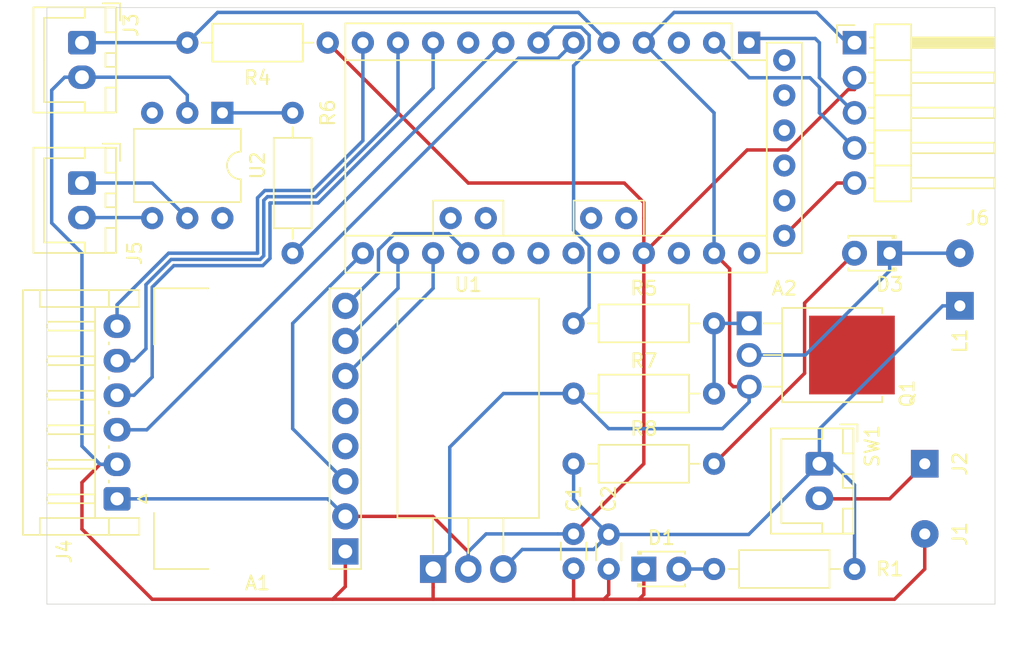
<source format=kicad_pcb>
(kicad_pcb (version 20171130) (host pcbnew "(5.1.5)-3")

  (general
    (thickness 1.6)
    (drawings 4)
    (tracks 188)
    (zones 0)
    (modules 23)
    (nets 47)
  )

  (page A4)
  (layers
    (0 F.Cu signal)
    (31 B.Cu signal)
    (32 B.Adhes user)
    (33 F.Adhes user)
    (34 B.Paste user)
    (35 F.Paste user)
    (36 B.SilkS user)
    (37 F.SilkS user)
    (38 B.Mask user)
    (39 F.Mask user)
    (40 Dwgs.User user)
    (41 Cmts.User user)
    (42 Eco1.User user)
    (43 Eco2.User user)
    (44 Edge.Cuts user)
    (45 Margin user)
    (46 B.CrtYd user)
    (47 F.CrtYd user)
    (48 B.Fab user)
    (49 F.Fab user)
  )

  (setup
    (last_trace_width 0.25)
    (trace_clearance 0.2)
    (zone_clearance 0.508)
    (zone_45_only no)
    (trace_min 0.2)
    (via_size 0.8)
    (via_drill 0.4)
    (via_min_size 0.4)
    (via_min_drill 0.3)
    (uvia_size 0.3)
    (uvia_drill 0.1)
    (uvias_allowed no)
    (uvia_min_size 0.2)
    (uvia_min_drill 0.1)
    (edge_width 0.05)
    (segment_width 0.2)
    (pcb_text_width 0.3)
    (pcb_text_size 1.5 1.5)
    (mod_edge_width 0.12)
    (mod_text_size 1 1)
    (mod_text_width 0.15)
    (pad_size 5.699999 6.2)
    (pad_drill 0)
    (pad_to_mask_clearance 0.051)
    (solder_mask_min_width 0.25)
    (aux_axis_origin 0 0)
    (visible_elements 7FFFFFFF)
    (pcbplotparams
      (layerselection 0x010fc_ffffffff)
      (usegerberextensions false)
      (usegerberattributes false)
      (usegerberadvancedattributes false)
      (creategerberjobfile false)
      (excludeedgelayer true)
      (linewidth 0.100000)
      (plotframeref false)
      (viasonmask false)
      (mode 1)
      (useauxorigin false)
      (hpglpennumber 1)
      (hpglpenspeed 20)
      (hpglpendiameter 15.000000)
      (psnegative false)
      (psa4output false)
      (plotreference true)
      (plotvalue true)
      (plotinvisibletext false)
      (padsonsilk false)
      (subtractmaskfromsilk false)
      (outputformat 1)
      (mirror false)
      (drillshape 1)
      (scaleselection 1)
      (outputdirectory ""))
  )

  (net 0 "")
  (net 1 SCLK)
  (net 2 MOSI)
  (net 3 MISO)
  (net 4 "Net-(A1-Pad5)")
  (net 5 "Net-(A1-Pad4)")
  (net 6 CS)
  (net 7 VCC)
  (net 8 GND)
  (net 9 "Net-(A2-Pad31)")
  (net 10 "Net-(A2-Pad32)")
  (net 11 "Net-(A2-Pad33)")
  (net 12 "Net-(A2-Pad34)")
  (net 13 "Net-(A2-Pad30)")
  (net 14 "Net-(A2-Pad29)")
  (net 15 "Net-(A2-Pad27)")
  (net 16 "Net-(A2-Pad26)")
  (net 17 "Net-(A2-Pad24)")
  (net 18 "Net-(A2-Pad22)")
  (net 19 ARC)
  (net 20 SOLENOID)
  (net 21 "Net-(A2-Pad20)")
  (net 22 "Net-(A2-Pad19)")
  (net 23 LATCH)
  (net 24 "Net-(A2-Pad18)")
  (net 25 DATA)
  (net 26 "Net-(A2-Pad17)")
  (net 27 CLOCK)
  (net 28 MODEBTN)
  (net 29 FIREBTN)
  (net 30 "Net-(A2-Pad3)")
  (net 31 "Net-(D1-Pad2)")
  (net 32 "Net-(D2-Pad2)")
  (net 33 +12V)
  (net 34 "Net-(D3-Pad2)")
  (net 35 "Net-(J2-Pad1)")
  (net 36 "Net-(J5-Pad2)")
  (net 37 "Net-(J5-Pad1)")
  (net 38 "Net-(Q1-Pad1)")
  (net 39 "Net-(R6-Pad1)")
  (net 40 "Net-(U2-Pad6)")
  (net 41 "Net-(U2-Pad3)")
  (net 42 DTR)
  (net 43 RX)
  (net 44 TX)
  (net 45 "Net-(A2-Pad9)")
  (net 46 "Net-(A2-Pad28)")

  (net_class Default "This is the default net class."
    (clearance 0.2)
    (trace_width 0.25)
    (via_dia 0.8)
    (via_drill 0.4)
    (uvia_dia 0.3)
    (uvia_drill 0.1)
    (add_net +12V)
    (add_net ARC)
    (add_net CLOCK)
    (add_net CS)
    (add_net DATA)
    (add_net DTR)
    (add_net FIREBTN)
    (add_net GND)
    (add_net LATCH)
    (add_net MISO)
    (add_net MODEBTN)
    (add_net MOSI)
    (add_net "Net-(A1-Pad4)")
    (add_net "Net-(A1-Pad5)")
    (add_net "Net-(A2-Pad17)")
    (add_net "Net-(A2-Pad18)")
    (add_net "Net-(A2-Pad19)")
    (add_net "Net-(A2-Pad20)")
    (add_net "Net-(A2-Pad22)")
    (add_net "Net-(A2-Pad24)")
    (add_net "Net-(A2-Pad26)")
    (add_net "Net-(A2-Pad27)")
    (add_net "Net-(A2-Pad28)")
    (add_net "Net-(A2-Pad29)")
    (add_net "Net-(A2-Pad3)")
    (add_net "Net-(A2-Pad30)")
    (add_net "Net-(A2-Pad31)")
    (add_net "Net-(A2-Pad32)")
    (add_net "Net-(A2-Pad33)")
    (add_net "Net-(A2-Pad34)")
    (add_net "Net-(A2-Pad9)")
    (add_net "Net-(D1-Pad2)")
    (add_net "Net-(D2-Pad2)")
    (add_net "Net-(D3-Pad2)")
    (add_net "Net-(J2-Pad1)")
    (add_net "Net-(J5-Pad1)")
    (add_net "Net-(J5-Pad2)")
    (add_net "Net-(Q1-Pad1)")
    (add_net "Net-(R6-Pad1)")
    (add_net "Net-(U2-Pad3)")
    (add_net "Net-(U2-Pad6)")
    (add_net RX)
    (add_net SCLK)
    (add_net SOLENOID)
    (add_net TX)
    (add_net VCC)
  )

  (module Resistor_THT:R_Axial_DIN0207_L6.3mm_D2.5mm_P10.16mm_Horizontal (layer F.Cu) (tedit 5AE5139B) (tstamp 5E4F8388)
    (at 116.84 142.24 180)
    (descr "Resistor, Axial_DIN0207 series, Axial, Horizontal, pin pitch=10.16mm, 0.25W = 1/4W, length*diameter=6.3*2.5mm^2, http://cdn-reichelt.de/documents/datenblatt/B400/1_4W%23YAG.pdf")
    (tags "Resistor Axial_DIN0207 series Axial Horizontal pin pitch 10.16mm 0.25W = 1/4W length 6.3mm diameter 2.5mm")
    (path /5E47777D)
    (fp_text reference R5 (at 5.08 2.54) (layer F.SilkS)
      (effects (font (size 1 1) (thickness 0.15)))
    )
    (fp_text value 100 (at 10.16 2.37) (layer F.Fab)
      (effects (font (size 1 1) (thickness 0.15)))
    )
    (fp_text user %R (at 5.08 0) (layer F.Fab)
      (effects (font (size 1 1) (thickness 0.15)))
    )
    (fp_line (start 11.21 -1.5) (end -1.05 -1.5) (layer F.CrtYd) (width 0.05))
    (fp_line (start 11.21 1.5) (end 11.21 -1.5) (layer F.CrtYd) (width 0.05))
    (fp_line (start -1.05 1.5) (end 11.21 1.5) (layer F.CrtYd) (width 0.05))
    (fp_line (start -1.05 -1.5) (end -1.05 1.5) (layer F.CrtYd) (width 0.05))
    (fp_line (start 9.12 0) (end 8.35 0) (layer F.SilkS) (width 0.12))
    (fp_line (start 1.04 0) (end 1.81 0) (layer F.SilkS) (width 0.12))
    (fp_line (start 8.35 -1.37) (end 1.81 -1.37) (layer F.SilkS) (width 0.12))
    (fp_line (start 8.35 1.37) (end 8.35 -1.37) (layer F.SilkS) (width 0.12))
    (fp_line (start 1.81 1.37) (end 8.35 1.37) (layer F.SilkS) (width 0.12))
    (fp_line (start 1.81 -1.37) (end 1.81 1.37) (layer F.SilkS) (width 0.12))
    (fp_line (start 10.16 0) (end 8.23 0) (layer F.Fab) (width 0.1))
    (fp_line (start 0 0) (end 1.93 0) (layer F.Fab) (width 0.1))
    (fp_line (start 8.23 -1.25) (end 1.93 -1.25) (layer F.Fab) (width 0.1))
    (fp_line (start 8.23 1.25) (end 8.23 -1.25) (layer F.Fab) (width 0.1))
    (fp_line (start 1.93 1.25) (end 8.23 1.25) (layer F.Fab) (width 0.1))
    (fp_line (start 1.93 -1.25) (end 1.93 1.25) (layer F.Fab) (width 0.1))
    (pad 2 thru_hole oval (at 10.16 0 180) (size 1.6 1.6) (drill 0.8) (layers *.Cu *.Mask)
      (net 20 SOLENOID))
    (pad 1 thru_hole circle (at 0 0 180) (size 1.6 1.6) (drill 0.8) (layers *.Cu *.Mask)
      (net 38 "Net-(Q1-Pad1)"))
    (model ${KISYS3DMOD}/Resistor_THT.3dshapes/R_Axial_DIN0207_L6.3mm_D2.5mm_P10.16mm_Horizontal.wrl
      (at (xyz 0 0 0))
      (scale (xyz 1 1 1))
      (rotate (xyz 0 0 0))
    )
  )

  (module Resistor_THT:R_Axial_DIN0207_L6.3mm_D2.5mm_P10.16mm_Horizontal (layer F.Cu) (tedit 5AE5139B) (tstamp 5E4F5D65)
    (at 106.68 147.32)
    (descr "Resistor, Axial_DIN0207 series, Axial, Horizontal, pin pitch=10.16mm, 0.25W = 1/4W, length*diameter=6.3*2.5mm^2, http://cdn-reichelt.de/documents/datenblatt/B400/1_4W%23YAG.pdf")
    (tags "Resistor Axial_DIN0207 series Axial Horizontal pin pitch 10.16mm 0.25W = 1/4W length 6.3mm diameter 2.5mm")
    (path /5E47A4D2)
    (fp_text reference R7 (at 5.08 -2.37) (layer F.SilkS)
      (effects (font (size 1 1) (thickness 0.15)))
    )
    (fp_text value 10K (at 0 -2.54) (layer F.Fab)
      (effects (font (size 1 1) (thickness 0.15)))
    )
    (fp_line (start 1.93 -1.25) (end 1.93 1.25) (layer F.Fab) (width 0.1))
    (fp_line (start 1.93 1.25) (end 8.23 1.25) (layer F.Fab) (width 0.1))
    (fp_line (start 8.23 1.25) (end 8.23 -1.25) (layer F.Fab) (width 0.1))
    (fp_line (start 8.23 -1.25) (end 1.93 -1.25) (layer F.Fab) (width 0.1))
    (fp_line (start 0 0) (end 1.93 0) (layer F.Fab) (width 0.1))
    (fp_line (start 10.16 0) (end 8.23 0) (layer F.Fab) (width 0.1))
    (fp_line (start 1.81 -1.37) (end 1.81 1.37) (layer F.SilkS) (width 0.12))
    (fp_line (start 1.81 1.37) (end 8.35 1.37) (layer F.SilkS) (width 0.12))
    (fp_line (start 8.35 1.37) (end 8.35 -1.37) (layer F.SilkS) (width 0.12))
    (fp_line (start 8.35 -1.37) (end 1.81 -1.37) (layer F.SilkS) (width 0.12))
    (fp_line (start 1.04 0) (end 1.81 0) (layer F.SilkS) (width 0.12))
    (fp_line (start 9.12 0) (end 8.35 0) (layer F.SilkS) (width 0.12))
    (fp_line (start -1.05 -1.5) (end -1.05 1.5) (layer F.CrtYd) (width 0.05))
    (fp_line (start -1.05 1.5) (end 11.21 1.5) (layer F.CrtYd) (width 0.05))
    (fp_line (start 11.21 1.5) (end 11.21 -1.5) (layer F.CrtYd) (width 0.05))
    (fp_line (start 11.21 -1.5) (end -1.05 -1.5) (layer F.CrtYd) (width 0.05))
    (fp_text user %R (at 5.08 0) (layer F.Fab)
      (effects (font (size 1 1) (thickness 0.15)))
    )
    (pad 1 thru_hole circle (at 0 0) (size 1.6 1.6) (drill 0.8) (layers *.Cu *.Mask)
      (net 8 GND))
    (pad 2 thru_hole oval (at 10.16 0) (size 1.6 1.6) (drill 0.8) (layers *.Cu *.Mask)
      (net 38 "Net-(Q1-Pad1)"))
    (model ${KISYS3DMOD}/Resistor_THT.3dshapes/R_Axial_DIN0207_L6.3mm_D2.5mm_P10.16mm_Horizontal.wrl
      (at (xyz 0 0 0))
      (scale (xyz 1 1 1))
      (rotate (xyz 0 0 0))
    )
  )

  (module LED_THT:LED_D1.8mm_W3.3mm_H2.4mm (layer F.Cu) (tedit 5880A862) (tstamp 5E4F5BAE)
    (at 111.76 160.02)
    (descr "LED, Round,  Rectangular size 3.3x2.4mm^2 diameter 1.8mm, 2 pins")
    (tags "LED Round  Rectangular size 3.3x2.4mm^2 diameter 1.8mm 2 pins")
    (path /5E4D9FEA)
    (fp_text reference D1 (at 1.27 -2.26) (layer F.SilkS)
      (effects (font (size 1 1) (thickness 0.15)))
    )
    (fp_text value Green (at 1.27 2.54) (layer F.Fab)
      (effects (font (size 1 1) (thickness 0.15)))
    )
    (fp_circle (center 1.27 0) (end 2.17 0) (layer F.Fab) (width 0.1))
    (fp_line (start -0.38 -1.2) (end -0.38 1.2) (layer F.Fab) (width 0.1))
    (fp_line (start -0.38 1.2) (end 2.92 1.2) (layer F.Fab) (width 0.1))
    (fp_line (start 2.92 1.2) (end 2.92 -1.2) (layer F.Fab) (width 0.1))
    (fp_line (start 2.92 -1.2) (end -0.38 -1.2) (layer F.Fab) (width 0.1))
    (fp_line (start -0.44 -1.26) (end 2.98 -1.26) (layer F.SilkS) (width 0.12))
    (fp_line (start -0.44 1.26) (end 2.98 1.26) (layer F.SilkS) (width 0.12))
    (fp_line (start -0.44 -1.26) (end -0.44 -1.08) (layer F.SilkS) (width 0.12))
    (fp_line (start -0.44 1.08) (end -0.44 1.26) (layer F.SilkS) (width 0.12))
    (fp_line (start 2.98 -1.26) (end 2.98 -1.095) (layer F.SilkS) (width 0.12))
    (fp_line (start 2.98 1.095) (end 2.98 1.26) (layer F.SilkS) (width 0.12))
    (fp_line (start -0.32 -1.26) (end -0.32 -1.08) (layer F.SilkS) (width 0.12))
    (fp_line (start -0.32 1.08) (end -0.32 1.26) (layer F.SilkS) (width 0.12))
    (fp_line (start -0.2 -1.26) (end -0.2 -1.08) (layer F.SilkS) (width 0.12))
    (fp_line (start -0.2 1.08) (end -0.2 1.26) (layer F.SilkS) (width 0.12))
    (fp_line (start -1.15 -1.55) (end -1.15 1.55) (layer F.CrtYd) (width 0.05))
    (fp_line (start -1.15 1.55) (end 3.7 1.55) (layer F.CrtYd) (width 0.05))
    (fp_line (start 3.7 1.55) (end 3.7 -1.55) (layer F.CrtYd) (width 0.05))
    (fp_line (start 3.7 -1.55) (end -1.15 -1.55) (layer F.CrtYd) (width 0.05))
    (pad 1 thru_hole rect (at 0 0) (size 1.8 1.8) (drill 0.9) (layers *.Cu *.Mask)
      (net 8 GND))
    (pad 2 thru_hole circle (at 2.54 0) (size 1.8 1.8) (drill 0.9) (layers *.Cu *.Mask)
      (net 31 "Net-(D1-Pad2)"))
    (model ${KISYS3DMOD}/LED_THT.3dshapes/LED_D1.8mm_W3.3mm_H2.4mm.wrl
      (at (xyz 0 0 0))
      (scale (xyz 1 1 1))
      (rotate (xyz 0 0 0))
    )
  )

  (module Connector_JST:JST_XH_B2B-XH-A_1x02_P2.50mm_Vertical (layer F.Cu) (tedit 5C28146C) (tstamp 5E4F5D9C)
    (at 124.46 152.4 270)
    (descr "JST XH series connector, B2B-XH-A (http://www.jst-mfg.com/product/pdf/eng/eXH.pdf), generated with kicad-footprint-generator")
    (tags "connector JST XH vertical")
    (path /5E4D37D4)
    (fp_text reference SW1 (at -1.27 -3.81 90) (layer F.SilkS)
      (effects (font (size 1 1) (thickness 0.15)))
    )
    (fp_text value "Power Switch" (at 1.25 5.08 90) (layer F.Fab)
      (effects (font (size 1 1) (thickness 0.15)))
    )
    (fp_text user %R (at 1.25 1.5 90) (layer F.Fab)
      (effects (font (size 1 1) (thickness 0.15)))
    )
    (fp_line (start -2.85 -2.75) (end -2.85 -1.5) (layer F.SilkS) (width 0.12))
    (fp_line (start -1.6 -2.75) (end -2.85 -2.75) (layer F.SilkS) (width 0.12))
    (fp_line (start 4.3 2.75) (end 1.25 2.75) (layer F.SilkS) (width 0.12))
    (fp_line (start 4.3 -0.2) (end 4.3 2.75) (layer F.SilkS) (width 0.12))
    (fp_line (start 5.05 -0.2) (end 4.3 -0.2) (layer F.SilkS) (width 0.12))
    (fp_line (start -1.8 2.75) (end 1.25 2.75) (layer F.SilkS) (width 0.12))
    (fp_line (start -1.8 -0.2) (end -1.8 2.75) (layer F.SilkS) (width 0.12))
    (fp_line (start -2.55 -0.2) (end -1.8 -0.2) (layer F.SilkS) (width 0.12))
    (fp_line (start 5.05 -2.45) (end 3.25 -2.45) (layer F.SilkS) (width 0.12))
    (fp_line (start 5.05 -1.7) (end 5.05 -2.45) (layer F.SilkS) (width 0.12))
    (fp_line (start 3.25 -1.7) (end 5.05 -1.7) (layer F.SilkS) (width 0.12))
    (fp_line (start 3.25 -2.45) (end 3.25 -1.7) (layer F.SilkS) (width 0.12))
    (fp_line (start -0.75 -2.45) (end -2.55 -2.45) (layer F.SilkS) (width 0.12))
    (fp_line (start -0.75 -1.7) (end -0.75 -2.45) (layer F.SilkS) (width 0.12))
    (fp_line (start -2.55 -1.7) (end -0.75 -1.7) (layer F.SilkS) (width 0.12))
    (fp_line (start -2.55 -2.45) (end -2.55 -1.7) (layer F.SilkS) (width 0.12))
    (fp_line (start 1.75 -2.45) (end 0.75 -2.45) (layer F.SilkS) (width 0.12))
    (fp_line (start 1.75 -1.7) (end 1.75 -2.45) (layer F.SilkS) (width 0.12))
    (fp_line (start 0.75 -1.7) (end 1.75 -1.7) (layer F.SilkS) (width 0.12))
    (fp_line (start 0.75 -2.45) (end 0.75 -1.7) (layer F.SilkS) (width 0.12))
    (fp_line (start 0 -1.35) (end 0.625 -2.35) (layer F.Fab) (width 0.1))
    (fp_line (start -0.625 -2.35) (end 0 -1.35) (layer F.Fab) (width 0.1))
    (fp_line (start 5.45 -2.85) (end -2.95 -2.85) (layer F.CrtYd) (width 0.05))
    (fp_line (start 5.45 3.9) (end 5.45 -2.85) (layer F.CrtYd) (width 0.05))
    (fp_line (start -2.95 3.9) (end 5.45 3.9) (layer F.CrtYd) (width 0.05))
    (fp_line (start -2.95 -2.85) (end -2.95 3.9) (layer F.CrtYd) (width 0.05))
    (fp_line (start 5.06 -2.46) (end -2.56 -2.46) (layer F.SilkS) (width 0.12))
    (fp_line (start 5.06 3.51) (end 5.06 -2.46) (layer F.SilkS) (width 0.12))
    (fp_line (start -2.56 3.51) (end 5.06 3.51) (layer F.SilkS) (width 0.12))
    (fp_line (start -2.56 -2.46) (end -2.56 3.51) (layer F.SilkS) (width 0.12))
    (fp_line (start 4.95 -2.35) (end -2.45 -2.35) (layer F.Fab) (width 0.1))
    (fp_line (start 4.95 3.4) (end 4.95 -2.35) (layer F.Fab) (width 0.1))
    (fp_line (start -2.45 3.4) (end 4.95 3.4) (layer F.Fab) (width 0.1))
    (fp_line (start -2.45 -2.35) (end -2.45 3.4) (layer F.Fab) (width 0.1))
    (pad 2 thru_hole oval (at 2.5 0 270) (size 1.7 2) (drill 1) (layers *.Cu *.Mask)
      (net 35 "Net-(J2-Pad1)"))
    (pad 1 thru_hole roundrect (at 0 0 270) (size 1.7 2) (drill 1) (layers *.Cu *.Mask) (roundrect_rratio 0.147059)
      (net 33 +12V))
    (model ${KISYS3DMOD}/Connector_JST.3dshapes/JST_XH_B2B-XH-A_1x02_P2.50mm_Vertical.wrl
      (at (xyz 0 0 0))
      (scale (xyz 1 1 1))
      (rotate (xyz 0 0 0))
    )
  )

  (module Resistor_THT:R_Axial_DIN0207_L6.3mm_D2.5mm_P10.16mm_Horizontal (layer F.Cu) (tedit 5AE5139B) (tstamp 5E4F5CDB)
    (at 116.84 160.02)
    (descr "Resistor, Axial_DIN0207 series, Axial, Horizontal, pin pitch=10.16mm, 0.25W = 1/4W, length*diameter=6.3*2.5mm^2, http://cdn-reichelt.de/documents/datenblatt/B400/1_4W%23YAG.pdf")
    (tags "Resistor Axial_DIN0207 series Axial Horizontal pin pitch 10.16mm 0.25W = 1/4W length 6.3mm diameter 2.5mm")
    (path /5E4D94E9)
    (fp_text reference R1 (at 12.7 0) (layer F.SilkS)
      (effects (font (size 1 1) (thickness 0.15)))
    )
    (fp_text value 430 (at 10.16 2.54) (layer F.Fab)
      (effects (font (size 1 1) (thickness 0.15)))
    )
    (fp_text user %R (at 5.08 0) (layer F.Fab)
      (effects (font (size 1 1) (thickness 0.15)))
    )
    (fp_line (start 11.21 -1.5) (end -1.05 -1.5) (layer F.CrtYd) (width 0.05))
    (fp_line (start 11.21 1.5) (end 11.21 -1.5) (layer F.CrtYd) (width 0.05))
    (fp_line (start -1.05 1.5) (end 11.21 1.5) (layer F.CrtYd) (width 0.05))
    (fp_line (start -1.05 -1.5) (end -1.05 1.5) (layer F.CrtYd) (width 0.05))
    (fp_line (start 9.12 0) (end 8.35 0) (layer F.SilkS) (width 0.12))
    (fp_line (start 1.04 0) (end 1.81 0) (layer F.SilkS) (width 0.12))
    (fp_line (start 8.35 -1.37) (end 1.81 -1.37) (layer F.SilkS) (width 0.12))
    (fp_line (start 8.35 1.37) (end 8.35 -1.37) (layer F.SilkS) (width 0.12))
    (fp_line (start 1.81 1.37) (end 8.35 1.37) (layer F.SilkS) (width 0.12))
    (fp_line (start 1.81 -1.37) (end 1.81 1.37) (layer F.SilkS) (width 0.12))
    (fp_line (start 10.16 0) (end 8.23 0) (layer F.Fab) (width 0.1))
    (fp_line (start 0 0) (end 1.93 0) (layer F.Fab) (width 0.1))
    (fp_line (start 8.23 -1.25) (end 1.93 -1.25) (layer F.Fab) (width 0.1))
    (fp_line (start 8.23 1.25) (end 8.23 -1.25) (layer F.Fab) (width 0.1))
    (fp_line (start 1.93 1.25) (end 8.23 1.25) (layer F.Fab) (width 0.1))
    (fp_line (start 1.93 -1.25) (end 1.93 1.25) (layer F.Fab) (width 0.1))
    (pad 2 thru_hole oval (at 10.16 0) (size 1.6 1.6) (drill 0.8) (layers *.Cu *.Mask)
      (net 33 +12V))
    (pad 1 thru_hole circle (at 0 0) (size 1.6 1.6) (drill 0.8) (layers *.Cu *.Mask)
      (net 31 "Net-(D1-Pad2)"))
    (model ${KISYS3DMOD}/Resistor_THT.3dshapes/R_Axial_DIN0207_L6.3mm_D2.5mm_P10.16mm_Horizontal.wrl
      (at (xyz 0 0 0))
      (scale (xyz 1 1 1))
      (rotate (xyz 0 0 0))
    )
  )

  (module Connector_JST:JST_XH_B2B-XH-A_1x02_P2.50mm_Vertical (layer F.Cu) (tedit 5C28146C) (tstamp 5E4F5C9F)
    (at 71.12 132.08 270)
    (descr "JST XH series connector, B2B-XH-A (http://www.jst-mfg.com/product/pdf/eng/eXH.pdf), generated with kicad-footprint-generator")
    (tags "connector JST XH vertical")
    (path /5E4CBDC0)
    (fp_text reference J5 (at 5.08 -3.81 90) (layer F.SilkS)
      (effects (font (size 1 1) (thickness 0.15)))
    )
    (fp_text value "Arc Lighter" (at 1.25 4.6 90) (layer F.Fab)
      (effects (font (size 1 1) (thickness 0.15)))
    )
    (fp_text user %R (at 1.25 2.7 90) (layer F.Fab)
      (effects (font (size 1 1) (thickness 0.15)))
    )
    (fp_line (start -2.85 -2.75) (end -2.85 -1.5) (layer F.SilkS) (width 0.12))
    (fp_line (start -1.6 -2.75) (end -2.85 -2.75) (layer F.SilkS) (width 0.12))
    (fp_line (start 4.3 2.75) (end 1.25 2.75) (layer F.SilkS) (width 0.12))
    (fp_line (start 4.3 -0.2) (end 4.3 2.75) (layer F.SilkS) (width 0.12))
    (fp_line (start 5.05 -0.2) (end 4.3 -0.2) (layer F.SilkS) (width 0.12))
    (fp_line (start -1.8 2.75) (end 1.25 2.75) (layer F.SilkS) (width 0.12))
    (fp_line (start -1.8 -0.2) (end -1.8 2.75) (layer F.SilkS) (width 0.12))
    (fp_line (start -2.55 -0.2) (end -1.8 -0.2) (layer F.SilkS) (width 0.12))
    (fp_line (start 5.05 -2.45) (end 3.25 -2.45) (layer F.SilkS) (width 0.12))
    (fp_line (start 5.05 -1.7) (end 5.05 -2.45) (layer F.SilkS) (width 0.12))
    (fp_line (start 3.25 -1.7) (end 5.05 -1.7) (layer F.SilkS) (width 0.12))
    (fp_line (start 3.25 -2.45) (end 3.25 -1.7) (layer F.SilkS) (width 0.12))
    (fp_line (start -0.75 -2.45) (end -2.55 -2.45) (layer F.SilkS) (width 0.12))
    (fp_line (start -0.75 -1.7) (end -0.75 -2.45) (layer F.SilkS) (width 0.12))
    (fp_line (start -2.55 -1.7) (end -0.75 -1.7) (layer F.SilkS) (width 0.12))
    (fp_line (start -2.55 -2.45) (end -2.55 -1.7) (layer F.SilkS) (width 0.12))
    (fp_line (start 1.75 -2.45) (end 0.75 -2.45) (layer F.SilkS) (width 0.12))
    (fp_line (start 1.75 -1.7) (end 1.75 -2.45) (layer F.SilkS) (width 0.12))
    (fp_line (start 0.75 -1.7) (end 1.75 -1.7) (layer F.SilkS) (width 0.12))
    (fp_line (start 0.75 -2.45) (end 0.75 -1.7) (layer F.SilkS) (width 0.12))
    (fp_line (start 0 -1.35) (end 0.625 -2.35) (layer F.Fab) (width 0.1))
    (fp_line (start -0.625 -2.35) (end 0 -1.35) (layer F.Fab) (width 0.1))
    (fp_line (start 5.45 -2.85) (end -2.95 -2.85) (layer F.CrtYd) (width 0.05))
    (fp_line (start 5.45 3.9) (end 5.45 -2.85) (layer F.CrtYd) (width 0.05))
    (fp_line (start -2.95 3.9) (end 5.45 3.9) (layer F.CrtYd) (width 0.05))
    (fp_line (start -2.95 -2.85) (end -2.95 3.9) (layer F.CrtYd) (width 0.05))
    (fp_line (start 5.06 -2.46) (end -2.56 -2.46) (layer F.SilkS) (width 0.12))
    (fp_line (start 5.06 3.51) (end 5.06 -2.46) (layer F.SilkS) (width 0.12))
    (fp_line (start -2.56 3.51) (end 5.06 3.51) (layer F.SilkS) (width 0.12))
    (fp_line (start -2.56 -2.46) (end -2.56 3.51) (layer F.SilkS) (width 0.12))
    (fp_line (start 4.95 -2.35) (end -2.45 -2.35) (layer F.Fab) (width 0.1))
    (fp_line (start 4.95 3.4) (end 4.95 -2.35) (layer F.Fab) (width 0.1))
    (fp_line (start -2.45 3.4) (end 4.95 3.4) (layer F.Fab) (width 0.1))
    (fp_line (start -2.45 -2.35) (end -2.45 3.4) (layer F.Fab) (width 0.1))
    (pad 2 thru_hole oval (at 2.5 0 270) (size 1.7 2) (drill 1) (layers *.Cu *.Mask)
      (net 36 "Net-(J5-Pad2)"))
    (pad 1 thru_hole roundrect (at 0 0 270) (size 1.7 2) (drill 1) (layers *.Cu *.Mask) (roundrect_rratio 0.147059)
      (net 37 "Net-(J5-Pad1)"))
    (model ${KISYS3DMOD}/Connector_JST.3dshapes/JST_XH_B2B-XH-A_1x02_P2.50mm_Vertical.wrl
      (at (xyz 0 0 0))
      (scale (xyz 1 1 1))
      (rotate (xyz 0 0 0))
    )
  )

  (module LED_THT:LED_D1.8mm_W3.3mm_H2.4mm (layer F.Cu) (tedit 5880A862) (tstamp 5E56EDBD)
    (at 129.54 137.16 180)
    (descr "LED, Round,  Rectangular size 3.3x2.4mm^2 diameter 1.8mm, 2 pins")
    (tags "LED Round  Rectangular size 3.3x2.4mm^2 diameter 1.8mm 2 pins")
    (path /5E48900C)
    (fp_text reference D3 (at 0 -2.26) (layer F.SilkS)
      (effects (font (size 1 1) (thickness 0.15)))
    )
    (fp_text value Yellow (at 1.27 2.26) (layer F.Fab)
      (effects (font (size 1 1) (thickness 0.15)))
    )
    (fp_line (start 3.7 -1.55) (end -1.15 -1.55) (layer F.CrtYd) (width 0.05))
    (fp_line (start 3.7 1.55) (end 3.7 -1.55) (layer F.CrtYd) (width 0.05))
    (fp_line (start -1.15 1.55) (end 3.7 1.55) (layer F.CrtYd) (width 0.05))
    (fp_line (start -1.15 -1.55) (end -1.15 1.55) (layer F.CrtYd) (width 0.05))
    (fp_line (start -0.2 1.08) (end -0.2 1.26) (layer F.SilkS) (width 0.12))
    (fp_line (start -0.2 -1.26) (end -0.2 -1.08) (layer F.SilkS) (width 0.12))
    (fp_line (start -0.32 1.08) (end -0.32 1.26) (layer F.SilkS) (width 0.12))
    (fp_line (start -0.32 -1.26) (end -0.32 -1.08) (layer F.SilkS) (width 0.12))
    (fp_line (start 2.98 1.095) (end 2.98 1.26) (layer F.SilkS) (width 0.12))
    (fp_line (start 2.98 -1.26) (end 2.98 -1.095) (layer F.SilkS) (width 0.12))
    (fp_line (start -0.44 1.08) (end -0.44 1.26) (layer F.SilkS) (width 0.12))
    (fp_line (start -0.44 -1.26) (end -0.44 -1.08) (layer F.SilkS) (width 0.12))
    (fp_line (start -0.44 1.26) (end 2.98 1.26) (layer F.SilkS) (width 0.12))
    (fp_line (start -0.44 -1.26) (end 2.98 -1.26) (layer F.SilkS) (width 0.12))
    (fp_line (start 2.92 -1.2) (end -0.38 -1.2) (layer F.Fab) (width 0.1))
    (fp_line (start 2.92 1.2) (end 2.92 -1.2) (layer F.Fab) (width 0.1))
    (fp_line (start -0.38 1.2) (end 2.92 1.2) (layer F.Fab) (width 0.1))
    (fp_line (start -0.38 -1.2) (end -0.38 1.2) (layer F.Fab) (width 0.1))
    (fp_circle (center 1.27 0) (end 2.17 0) (layer F.Fab) (width 0.1))
    (pad 2 thru_hole circle (at 2.54 0 180) (size 1.8 1.8) (drill 0.9) (layers *.Cu *.Mask)
      (net 34 "Net-(D3-Pad2)"))
    (pad 1 thru_hole rect (at 0 0 180) (size 1.8 1.8) (drill 0.9) (layers *.Cu *.Mask)
      (net 32 "Net-(D2-Pad2)"))
    (model ${KISYS3DMOD}/LED_THT.3dshapes/LED_D1.8mm_W3.3mm_H2.4mm.wrl
      (at (xyz 0 0 0))
      (scale (xyz 1 1 1))
      (rotate (xyz 0 0 0))
    )
  )

  (module Resistor_THT:R_Axial_DIN0207_L6.3mm_D2.5mm_P10.16mm_Horizontal (layer F.Cu) (tedit 5AE5139B) (tstamp 5E56F11C)
    (at 116.84 152.4 180)
    (descr "Resistor, Axial_DIN0207 series, Axial, Horizontal, pin pitch=10.16mm, 0.25W = 1/4W, length*diameter=6.3*2.5mm^2, http://cdn-reichelt.de/documents/datenblatt/B400/1_4W%23YAG.pdf")
    (tags "Resistor Axial_DIN0207 series Axial Horizontal pin pitch 10.16mm 0.25W = 1/4W length 6.3mm diameter 2.5mm")
    (path /5E48A6BB)
    (fp_text reference R8 (at 5.08 2.54) (layer F.SilkS)
      (effects (font (size 1 1) (thickness 0.15)))
    )
    (fp_text value 510 (at 10.16 2.54) (layer F.Fab)
      (effects (font (size 1 1) (thickness 0.15)))
    )
    (fp_text user %R (at 5.08 0) (layer F.Fab)
      (effects (font (size 1 1) (thickness 0.15)))
    )
    (fp_line (start 11.21 -1.5) (end -1.05 -1.5) (layer F.CrtYd) (width 0.05))
    (fp_line (start 11.21 1.5) (end 11.21 -1.5) (layer F.CrtYd) (width 0.05))
    (fp_line (start -1.05 1.5) (end 11.21 1.5) (layer F.CrtYd) (width 0.05))
    (fp_line (start -1.05 -1.5) (end -1.05 1.5) (layer F.CrtYd) (width 0.05))
    (fp_line (start 9.12 0) (end 8.35 0) (layer F.SilkS) (width 0.12))
    (fp_line (start 1.04 0) (end 1.81 0) (layer F.SilkS) (width 0.12))
    (fp_line (start 8.35 -1.37) (end 1.81 -1.37) (layer F.SilkS) (width 0.12))
    (fp_line (start 8.35 1.37) (end 8.35 -1.37) (layer F.SilkS) (width 0.12))
    (fp_line (start 1.81 1.37) (end 8.35 1.37) (layer F.SilkS) (width 0.12))
    (fp_line (start 1.81 -1.37) (end 1.81 1.37) (layer F.SilkS) (width 0.12))
    (fp_line (start 10.16 0) (end 8.23 0) (layer F.Fab) (width 0.1))
    (fp_line (start 0 0) (end 1.93 0) (layer F.Fab) (width 0.1))
    (fp_line (start 8.23 -1.25) (end 1.93 -1.25) (layer F.Fab) (width 0.1))
    (fp_line (start 8.23 1.25) (end 8.23 -1.25) (layer F.Fab) (width 0.1))
    (fp_line (start 1.93 1.25) (end 8.23 1.25) (layer F.Fab) (width 0.1))
    (fp_line (start 1.93 -1.25) (end 1.93 1.25) (layer F.Fab) (width 0.1))
    (pad 2 thru_hole oval (at 10.16 0 180) (size 1.6 1.6) (drill 0.8) (layers *.Cu *.Mask)
      (net 33 +12V))
    (pad 1 thru_hole circle (at 0 0 180) (size 1.6 1.6) (drill 0.8) (layers *.Cu *.Mask)
      (net 34 "Net-(D3-Pad2)"))
    (model ${KISYS3DMOD}/Resistor_THT.3dshapes/R_Axial_DIN0207_L6.3mm_D2.5mm_P10.16mm_Horizontal.wrl
      (at (xyz 0 0 0))
      (scale (xyz 1 1 1))
      (rotate (xyz 0 0 0))
    )
  )

  (module Package_DIP:DIP-6_W7.62mm (layer F.Cu) (tedit 5A02E8C5) (tstamp 5E4F5DD6)
    (at 81.28 127 270)
    (descr "6-lead though-hole mounted DIP package, row spacing 7.62 mm (300 mils)")
    (tags "THT DIP DIL PDIP 2.54mm 7.62mm 300mil")
    (path /5E47E99B)
    (fp_text reference U2 (at 3.81 -2.54 270) (layer F.SilkS)
      (effects (font (size 1 1) (thickness 0.15)))
    )
    (fp_text value 4N35 (at 3.81 5.08 90) (layer F.Fab)
      (effects (font (size 1 1) (thickness 0.15)))
    )
    (fp_arc (start 3.81 -1.33) (end 2.81 -1.33) (angle -180) (layer F.SilkS) (width 0.12))
    (fp_line (start 1.635 -1.27) (end 6.985 -1.27) (layer F.Fab) (width 0.1))
    (fp_line (start 6.985 -1.27) (end 6.985 6.35) (layer F.Fab) (width 0.1))
    (fp_line (start 6.985 6.35) (end 0.635 6.35) (layer F.Fab) (width 0.1))
    (fp_line (start 0.635 6.35) (end 0.635 -0.27) (layer F.Fab) (width 0.1))
    (fp_line (start 0.635 -0.27) (end 1.635 -1.27) (layer F.Fab) (width 0.1))
    (fp_line (start 2.81 -1.33) (end 1.16 -1.33) (layer F.SilkS) (width 0.12))
    (fp_line (start 1.16 -1.33) (end 1.16 6.41) (layer F.SilkS) (width 0.12))
    (fp_line (start 1.16 6.41) (end 6.46 6.41) (layer F.SilkS) (width 0.12))
    (fp_line (start 6.46 6.41) (end 6.46 -1.33) (layer F.SilkS) (width 0.12))
    (fp_line (start 6.46 -1.33) (end 4.81 -1.33) (layer F.SilkS) (width 0.12))
    (fp_line (start -1.1 -1.55) (end -1.1 6.6) (layer F.CrtYd) (width 0.05))
    (fp_line (start -1.1 6.6) (end 8.7 6.6) (layer F.CrtYd) (width 0.05))
    (fp_line (start 8.7 6.6) (end 8.7 -1.55) (layer F.CrtYd) (width 0.05))
    (fp_line (start 8.7 -1.55) (end -1.1 -1.55) (layer F.CrtYd) (width 0.05))
    (fp_text user %R (at 3.81 2.54 90) (layer F.Fab)
      (effects (font (size 1 1) (thickness 0.15)))
    )
    (pad 1 thru_hole rect (at 0 0 270) (size 1.6 1.6) (drill 0.8) (layers *.Cu *.Mask)
      (net 39 "Net-(R6-Pad1)"))
    (pad 4 thru_hole oval (at 7.62 5.08 270) (size 1.6 1.6) (drill 0.8) (layers *.Cu *.Mask)
      (net 36 "Net-(J5-Pad2)"))
    (pad 2 thru_hole oval (at 0 2.54 270) (size 1.6 1.6) (drill 0.8) (layers *.Cu *.Mask)
      (net 8 GND))
    (pad 5 thru_hole oval (at 7.62 2.54 270) (size 1.6 1.6) (drill 0.8) (layers *.Cu *.Mask)
      (net 37 "Net-(J5-Pad1)"))
    (pad 3 thru_hole oval (at 0 5.08 270) (size 1.6 1.6) (drill 0.8) (layers *.Cu *.Mask)
      (net 41 "Net-(U2-Pad3)"))
    (pad 6 thru_hole oval (at 7.62 0 270) (size 1.6 1.6) (drill 0.8) (layers *.Cu *.Mask)
      (net 40 "Net-(U2-Pad6)"))
    (model ${KISYS3DMOD}/Package_DIP.3dshapes/DIP-6_W7.62mm.wrl
      (at (xyz 0 0 0))
      (scale (xyz 1 1 1))
      (rotate (xyz 0 0 0))
    )
  )

  (module firefist:ADXL345_Breakout (layer F.Cu) (tedit 5E4F23D1) (tstamp 5E56AD39)
    (at 83.82 149.86 180)
    (path /5E4CF725)
    (fp_text reference A1 (at 0 -11.176) (layer F.SilkS)
      (effects (font (size 1 1) (thickness 0.15)))
    )
    (fp_text value ADXL345_Breakout (at 0 0 270) (layer F.Fab)
      (effects (font (size 1 1) (thickness 0.15)))
    )
    (fp_line (start -5.207 -10.16) (end -5.207 10.16) (layer F.SilkS) (width 0.12))
    (fp_line (start -5.207 10.16) (end -7.493 10.16) (layer F.SilkS) (width 0.12))
    (fp_line (start -7.493 10.16) (end -7.493 -10.16) (layer F.SilkS) (width 0.12))
    (fp_line (start 7.62 -10.3) (end 7.62 10.3) (layer F.CrtYd) (width 0.05))
    (fp_line (start 7.62 10.3) (end -7.7 10.3) (layer F.CrtYd) (width 0.05))
    (fp_line (start -7.7 10.3) (end -7.7 -10.3) (layer F.CrtYd) (width 0.05))
    (fp_line (start -7.7 -10.3) (end 7.62 -10.3) (layer F.CrtYd) (width 0.05))
    (fp_line (start -7.493 -10.16) (end -5.207 -10.16) (layer F.SilkS) (width 0.12))
    (fp_line (start -7.5 -10.1) (end 7.493 -10.1) (layer B.CrtYd) (width 0.05))
    (fp_line (start -7.5 10.1) (end 7.493 10.1) (layer B.CrtYd) (width 0.05))
    (fp_line (start 7.493 10.1) (end 7.493 -10.1) (layer B.CrtYd) (width 0.05))
    (fp_line (start -7.5 10.1) (end -7.5 -10.1) (layer B.CrtYd) (width 0.05))
    (fp_line (start 3.556 -10.16) (end 7.493 -10.16) (layer F.SilkS) (width 0.12))
    (fp_line (start 7.493 -6.096) (end 7.493 -10.16) (layer F.SilkS) (width 0.12))
    (fp_line (start 3.556 10.16) (end 7.493 10.16) (layer F.SilkS) (width 0.12))
    (fp_line (start 7.493 10.16) (end 7.493 6.096) (layer F.SilkS) (width 0.12))
    (pad 1 thru_hole rect (at -6.35 -8.89 90) (size 1.9 1.9) (drill 1) (layers *.Cu *.Mask)
      (net 8 GND))
    (pad 2 thru_hole circle (at -6.35 -6.35 90) (size 1.9 1.9) (drill 1) (layers *.Cu *.Mask)
      (net 7 VCC))
    (pad 3 thru_hole circle (at -6.35 -3.81 90) (size 1.9 1.9) (drill 1) (layers *.Cu *.Mask)
      (net 6 CS))
    (pad 4 thru_hole circle (at -6.35 -1.27 90) (size 1.9 1.9) (drill 1) (layers *.Cu *.Mask)
      (net 5 "Net-(A1-Pad4)"))
    (pad 5 thru_hole circle (at -6.35 1.27 90) (size 1.9 1.9) (drill 1) (layers *.Cu *.Mask)
      (net 4 "Net-(A1-Pad5)"))
    (pad 6 thru_hole circle (at -6.35 3.81 90) (size 1.9 1.9) (drill 1) (layers *.Cu *.Mask)
      (net 3 MISO))
    (pad 7 thru_hole circle (at -6.35 6.35 90) (size 1.9 1.9) (drill 1) (layers *.Cu *.Mask)
      (net 2 MOSI))
    (pad 8 thru_hole circle (at -6.35 8.89 90) (size 1.9 1.9) (drill 1) (layers *.Cu *.Mask)
      (net 1 SCLK))
    (pad "" np_thru_hole circle (at 5.08 -7.62 90) (size 3 3) (drill 3) (layers *.Cu *.Mask))
    (pad "" np_thru_hole circle (at 5.08 7.62 90) (size 3 3) (drill 3) (layers *.Cu *.Mask))
  )

  (module firefist:Arduino_Pro_Mini (layer F.Cu) (tedit 5E559DBE) (tstamp 5E4F5B84)
    (at 119.38 121.92 270)
    (descr "Arduino Pro Mini, https://www.arduino.cc/en/uploads/Main/Arduino-Pro-Mini-schematic.pdf")
    (tags "Arduino Pro Mini")
    (path /5E4E0D11)
    (fp_text reference A2 (at 17.78 -2.54 180) (layer F.SilkS)
      (effects (font (size 1 1) (thickness 0.15)))
    )
    (fp_text value Arduino_Pro_Mini (at 8.89 13.97) (layer F.Fab)
      (effects (font (size 1 1) (thickness 0.15)))
    )
    (fp_text user %R (at 6.096 13.97) (layer F.Fab)
      (effects (font (size 1 1) (thickness 0.15)))
    )
    (fp_line (start -1.4 1.27) (end -1.4 29.21) (layer F.SilkS) (width 0.12))
    (fp_line (start 13.97 -1.27) (end 13.97 29.21) (layer F.SilkS) (width 0.12))
    (fp_line (start 1.27 1.27) (end -1.4 1.27) (layer F.SilkS) (width 0.12))
    (fp_line (start 1.27 -1.27) (end 1.27 29.21) (layer F.SilkS) (width 0.12))
    (fp_line (start -1.4 29.21) (end 16.64 29.21) (layer F.SilkS) (width 0.12))
    (fp_line (start 16.64 29.21) (end 16.64 -1.27) (layer F.SilkS) (width 0.12))
    (fp_line (start 16.64 -1.27) (end 1.27 -1.27) (layer F.SilkS) (width 0.12))
    (fp_line (start 16.5 29.05) (end -1.27 29.05) (layer F.Fab) (width 0.1))
    (fp_line (start -1.27 29.05) (end -1.27 -2.5) (layer F.Fab) (width 0.1))
    (fp_line (start -0.2 -3.6) (end -1.27 -2.5) (layer F.Fab) (width 0.1))
    (fp_line (start -0.2 -3.6) (end 16.5 -3.6) (layer F.Fab) (width 0.1))
    (fp_line (start 16.5 -3.6) (end 16.5 29.05) (layer F.Fab) (width 0.1))
    (fp_line (start -1.52 -4) (end 16.8 -4) (layer F.CrtYd) (width 0.05))
    (fp_line (start -1.52 -4) (end -1.5 29.3) (layer F.CrtYd) (width 0.05))
    (fp_line (start 16.8 29.3) (end 16.8 -4) (layer F.CrtYd) (width 0.05))
    (fp_line (start 16.8 29.3) (end -1.5 29.3) (layer F.CrtYd) (width 0.05))
    (fp_line (start 15.24 -1.27) (end 15.24 -3.81) (layer F.SilkS) (width 0.12))
    (fp_line (start 15.24 -3.81) (end 0 -3.81) (layer F.SilkS) (width 0.12))
    (fp_line (start 0 -3.81) (end 0 -1.27) (layer F.SilkS) (width 0.12))
    (fp_line (start 0 -1.27) (end 1.27 -1.27) (layer F.SilkS) (width 0.12))
    (fp_line (start 13.97 22.86) (end 11.43 22.86) (layer F.SilkS) (width 0.12))
    (fp_line (start 11.43 22.86) (end 11.43 17.78) (layer F.SilkS) (width 0.12))
    (fp_line (start 11.43 17.78) (end 13.97 17.78) (layer F.SilkS) (width 0.12))
    (fp_line (start 13.97 12.7) (end 11.43 12.7) (layer F.SilkS) (width 0.12))
    (fp_line (start 11.43 12.7) (end 11.43 7.62) (layer F.SilkS) (width 0.12))
    (fp_line (start 11.43 7.62) (end 13.97 7.62) (layer F.SilkS) (width 0.12))
    (pad 31 thru_hole oval (at 12.7 8.89 270) (size 1.6 1.6) (drill 0.8) (layers *.Cu *.Mask)
      (net 9 "Net-(A2-Pad31)"))
    (pad 32 thru_hole oval (at 12.7 11.43 270) (size 1.6 1.6) (drill 0.8) (layers *.Cu *.Mask)
      (net 10 "Net-(A2-Pad32)"))
    (pad 33 thru_hole oval (at 12.7 19.05 270) (size 1.6 1.6) (drill 0.8) (layers *.Cu *.Mask)
      (net 11 "Net-(A2-Pad33)"))
    (pad 34 thru_hole oval (at 12.7 21.59 270) (size 1.6 1.6) (drill 0.8) (layers *.Cu *.Mask)
      (net 12 "Net-(A2-Pad34)"))
    (pad 30 thru_hole oval (at 1.27 -2.54 270) (size 1.6 1.6) (drill 0.8) (layers *.Cu *.Mask)
      (net 13 "Net-(A2-Pad30)"))
    (pad 29 thru_hole oval (at 3.81 -2.54 270) (size 1.6 1.6) (drill 0.8) (layers *.Cu *.Mask)
      (net 14 "Net-(A2-Pad29)"))
    (pad 28 thru_hole oval (at 6.35 -2.54 270) (size 1.6 1.6) (drill 0.8) (layers *.Cu *.Mask)
      (net 46 "Net-(A2-Pad28)"))
    (pad 27 thru_hole oval (at 8.89 -2.54 270) (size 1.6 1.6) (drill 0.8) (layers *.Cu *.Mask)
      (net 15 "Net-(A2-Pad27)"))
    (pad 26 thru_hole oval (at 11.43 -2.54 270) (size 1.6 1.6) (drill 0.8) (layers *.Cu *.Mask)
      (net 16 "Net-(A2-Pad26)"))
    (pad 25 thru_hole oval (at 13.97 -2.54 270) (size 1.6 1.6) (drill 0.8) (layers *.Cu *.Mask)
      (net 42 DTR))
    (pad 24 thru_hole oval (at 15.24 0 270) (size 1.6 1.6) (drill 0.8) (layers *.Cu *.Mask)
      (net 17 "Net-(A2-Pad24)"))
    (pad 23 thru_hole oval (at 15.24 2.54 270) (size 1.6 1.6) (drill 0.8) (layers *.Cu *.Mask)
      (net 8 GND))
    (pad 22 thru_hole oval (at 15.24 5.08 270) (size 1.6 1.6) (drill 0.8) (layers *.Cu *.Mask)
      (net 18 "Net-(A2-Pad22)"))
    (pad 12 thru_hole oval (at 0 27.94 270) (size 1.6 1.6) (drill 0.8) (layers *.Cu *.Mask)
      (net 23 LATCH))
    (pad 21 thru_hole oval (at 15.24 7.62 270) (size 1.6 1.6) (drill 0.8) (layers *.Cu *.Mask)
      (net 7 VCC))
    (pad 11 thru_hole oval (at 0 25.4 270) (size 1.6 1.6) (drill 0.8) (layers *.Cu *.Mask)
      (net 25 DATA))
    (pad 20 thru_hole oval (at 15.24 10.16 270) (size 1.6 1.6) (drill 0.8) (layers *.Cu *.Mask)
      (net 21 "Net-(A2-Pad20)"))
    (pad 10 thru_hole oval (at 0 22.86 270) (size 1.6 1.6) (drill 0.8) (layers *.Cu *.Mask)
      (net 27 CLOCK))
    (pad 19 thru_hole oval (at 15.24 12.7 270) (size 1.6 1.6) (drill 0.8) (layers *.Cu *.Mask)
      (net 22 "Net-(A2-Pad19)"))
    (pad 9 thru_hole oval (at 0 20.32 270) (size 1.6 1.6) (drill 0.8) (layers *.Cu *.Mask)
      (net 45 "Net-(A2-Pad9)"))
    (pad 18 thru_hole oval (at 15.24 15.24 270) (size 1.6 1.6) (drill 0.8) (layers *.Cu *.Mask)
      (net 24 "Net-(A2-Pad18)"))
    (pad 8 thru_hole oval (at 0 17.78 270) (size 1.6 1.6) (drill 0.8) (layers *.Cu *.Mask)
      (net 19 ARC))
    (pad 17 thru_hole oval (at 15.24 17.78 270) (size 1.6 1.6) (drill 0.8) (layers *.Cu *.Mask)
      (net 26 "Net-(A2-Pad17)"))
    (pad 7 thru_hole oval (at 0 15.24 270) (size 1.6 1.6) (drill 0.8) (layers *.Cu *.Mask)
      (net 20 SOLENOID))
    (pad 16 thru_hole oval (at 15.24 20.32 270) (size 1.6 1.6) (drill 0.8) (layers *.Cu *.Mask)
      (net 1 SCLK))
    (pad 6 thru_hole oval (at 0 12.7 270) (size 1.6 1.6) (drill 0.8) (layers *.Cu *.Mask)
      (net 28 MODEBTN))
    (pad 15 thru_hole oval (at 15.24 22.86 270) (size 1.6 1.6) (drill 0.8) (layers *.Cu *.Mask)
      (net 3 MISO))
    (pad 5 thru_hole oval (at 0 10.16 270) (size 1.6 1.6) (drill 0.8) (layers *.Cu *.Mask)
      (net 29 FIREBTN))
    (pad 14 thru_hole oval (at 15.24 25.4 270) (size 1.6 1.6) (drill 0.8) (layers *.Cu *.Mask)
      (net 2 MOSI))
    (pad 4 thru_hole oval (at 0 7.62 270) (size 1.6 1.6) (drill 0.8) (layers *.Cu *.Mask)
      (net 8 GND))
    (pad 13 thru_hole oval (at 15.24 27.94 270) (size 1.6 1.6) (drill 0.8) (layers *.Cu *.Mask)
      (net 6 CS))
    (pad 3 thru_hole oval (at 0 5.08 270) (size 1.6 1.6) (drill 0.8) (layers *.Cu *.Mask)
      (net 30 "Net-(A2-Pad3)"))
    (pad 2 thru_hole oval (at 0 2.54 270) (size 1.6 1.6) (drill 0.8) (layers *.Cu *.Mask)
      (net 43 RX))
    (pad 1 thru_hole rect (at 0 0 270) (size 1.6 1.6) (drill 0.8) (layers *.Cu *.Mask)
      (net 44 TX))
    (model ${KISYS3DMOD}/Module.3dshapes/Arduino_Pro_Mini.wrl
      (at (xyz 0 0 0))
      (scale (xyz 1 1 1))
      (rotate (xyz 0 0 0))
    )
  )

  (module Package_TO_SOT_THT:TO-251-3-1EP_Horizontal_TabDown (layer F.Cu) (tedit 5E55BB42) (tstamp 5E560A4F)
    (at 119.38 142.24 270)
    (descr "TO-251-3, Horizontal, RM 2.29mm, IPAK, see https://www.diodes.com/assets/Package-Files/TO251.pdf")
    (tags "TO-251-3 Horizontal RM 2.29mm IPAK")
    (path /5E4763E8)
    (fp_text reference Q1 (at 5.08 -11.43 90) (layer F.SilkS)
      (effects (font (size 1 1) (thickness 0.15)))
    )
    (fp_text value IRLU024N (at 0 -7.62 180) (layer F.Fab)
      (effects (font (size 1 1) (thickness 0.15)))
    )
    (fp_line (start -0.38 -8.6) (end -0.38 -9.5) (layer F.Fab) (width 0.1))
    (fp_line (start -0.38 -9.5) (end 4.96 -9.5) (layer F.Fab) (width 0.1))
    (fp_line (start 4.96 -9.5) (end 4.96 -8.6) (layer F.Fab) (width 0.1))
    (fp_line (start 4.96 -8.6) (end -0.38 -8.6) (layer F.Fab) (width 0.1))
    (fp_line (start -1 -2.5) (end -1 -8.6) (layer F.Fab) (width 0.1))
    (fp_line (start -1 -8.6) (end 5.58 -8.6) (layer F.Fab) (width 0.1))
    (fp_line (start 5.58 -8.6) (end 5.58 -2.5) (layer F.Fab) (width 0.1))
    (fp_line (start 5.58 -2.5) (end -1 -2.5) (layer F.Fab) (width 0.1))
    (fp_line (start 0 -2.5) (end 0 0) (layer F.Fab) (width 0.1))
    (fp_line (start 2.29 -2.5) (end 2.29 0) (layer F.Fab) (width 0.1))
    (fp_line (start 4.58 -2.5) (end 4.58 0) (layer F.Fab) (width 0.1))
    (fp_line (start -1.12 -2.38) (end 5.7 -2.38) (layer F.SilkS) (width 0.12))
    (fp_line (start -1.12 -9.62) (end -0.711 -9.62) (layer F.SilkS) (width 0.12))
    (fp_line (start 5.291 -9.62) (end 5.7 -9.62) (layer F.SilkS) (width 0.12))
    (fp_line (start -1.12 -9.62) (end -1.12 -2.38) (layer F.SilkS) (width 0.12))
    (fp_line (start 5.7 -9.62) (end 5.7 -2.38) (layer F.SilkS) (width 0.12))
    (fp_line (start 0 -2.38) (end 0 -1.05) (layer F.SilkS) (width 0.12))
    (fp_line (start 2.29 -2.38) (end 2.29 -1.05) (layer F.SilkS) (width 0.12))
    (fp_line (start 4.58 -2.38) (end 4.58 -1.05) (layer F.SilkS) (width 0.12))
    (fp_line (start -1.25 -10.79) (end -1.25 1.16) (layer F.CrtYd) (width 0.05))
    (fp_line (start -1.25 1.16) (end 5.83 1.16) (layer F.CrtYd) (width 0.05))
    (fp_line (start 5.83 1.16) (end 5.83 -10.79) (layer F.CrtYd) (width 0.05))
    (fp_line (start 5.83 -10.79) (end -1.25 -10.79) (layer F.CrtYd) (width 0.05))
    (fp_text user %R (at 2.54 -4.27 90) (layer F.Fab)
      (effects (font (size 1 1) (thickness 0.15)))
    )
    (pad 4 smd rect (at 2.29 -7.433333 270) (size 5.699999 6.2) (layers F.Cu))
    (pad 1 thru_hole rect (at 0 0 270) (size 1.7175 1.8) (drill 1.1) (layers *.Cu *.Mask)
      (net 38 "Net-(Q1-Pad1)"))
    (pad 2 thru_hole oval (at 2.29 0 270) (size 1.7175 1.8) (drill 1.1) (layers *.Cu *.Mask)
      (net 32 "Net-(D2-Pad2)"))
    (pad 3 thru_hole oval (at 4.58 0 270) (size 1.7175 1.8) (drill 1.1) (layers *.Cu *.Mask)
      (net 8 GND))
    (model ${KISYS3DMOD}/Package_TO_SOT_THT.3dshapes/TO-251-3-1EP_Horizontal_TabDown.wrl
      (at (xyz 0 0 0))
      (scale (xyz 1 1 1))
      (rotate (xyz 0 0 0))
    )
  )

  (module Connector_JST:JST_EH_S6B-EH_1x06_P2.50mm_Horizontal (layer F.Cu) (tedit 5C281425) (tstamp 5E4F5C76)
    (at 73.66 154.94 90)
    (descr "JST EH series connector, S6B-EH (http://www.jst-mfg.com/product/pdf/eng/eEH.pdf), generated with kicad-footprint-generator")
    (tags "connector JST EH horizontal")
    (path /5E4C65C4)
    (fp_text reference J4 (at -3.81 -3.81 90) (layer F.SilkS)
      (effects (font (size 1 1) (thickness 0.15)))
    )
    (fp_text value "To Mode Panel" (at 6.25 -7.62 90) (layer F.Fab)
      (effects (font (size 1 1) (thickness 0.15)))
    )
    (fp_text user %R (at 6.25 -2.6 90) (layer F.Fab)
      (effects (font (size 1 1) (thickness 0.15)))
    )
    (fp_line (start 0 -1.407107) (end 0.5 -0.7) (layer F.Fab) (width 0.1))
    (fp_line (start -0.5 -0.7) (end 0 -1.407107) (layer F.Fab) (width 0.1))
    (fp_line (start 0.3 2.1) (end 0 1.5) (layer F.SilkS) (width 0.12))
    (fp_line (start -0.3 2.1) (end 0.3 2.1) (layer F.SilkS) (width 0.12))
    (fp_line (start 0 1.5) (end -0.3 2.1) (layer F.SilkS) (width 0.12))
    (fp_line (start 12.82 -1.59) (end 12.5 -1.59) (layer F.SilkS) (width 0.12))
    (fp_line (start 12.82 -5.01) (end 12.82 -1.59) (layer F.SilkS) (width 0.12))
    (fp_line (start 12.5 -5.09) (end 12.82 -5.01) (layer F.SilkS) (width 0.12))
    (fp_line (start 12.18 -5.01) (end 12.5 -5.09) (layer F.SilkS) (width 0.12))
    (fp_line (start 12.18 -1.59) (end 12.18 -5.01) (layer F.SilkS) (width 0.12))
    (fp_line (start 12.5 -1.59) (end 12.18 -1.59) (layer F.SilkS) (width 0.12))
    (fp_line (start 11.17 -0.59) (end 11.33 -0.59) (layer F.SilkS) (width 0.12))
    (fp_line (start 10.32 -1.59) (end 10 -1.59) (layer F.SilkS) (width 0.12))
    (fp_line (start 10.32 -5.01) (end 10.32 -1.59) (layer F.SilkS) (width 0.12))
    (fp_line (start 10 -5.09) (end 10.32 -5.01) (layer F.SilkS) (width 0.12))
    (fp_line (start 9.68 -5.01) (end 10 -5.09) (layer F.SilkS) (width 0.12))
    (fp_line (start 9.68 -1.59) (end 9.68 -5.01) (layer F.SilkS) (width 0.12))
    (fp_line (start 10 -1.59) (end 9.68 -1.59) (layer F.SilkS) (width 0.12))
    (fp_line (start 8.67 -0.59) (end 8.83 -0.59) (layer F.SilkS) (width 0.12))
    (fp_line (start 7.82 -1.59) (end 7.5 -1.59) (layer F.SilkS) (width 0.12))
    (fp_line (start 7.82 -5.01) (end 7.82 -1.59) (layer F.SilkS) (width 0.12))
    (fp_line (start 7.5 -5.09) (end 7.82 -5.01) (layer F.SilkS) (width 0.12))
    (fp_line (start 7.18 -5.01) (end 7.5 -5.09) (layer F.SilkS) (width 0.12))
    (fp_line (start 7.18 -1.59) (end 7.18 -5.01) (layer F.SilkS) (width 0.12))
    (fp_line (start 7.5 -1.59) (end 7.18 -1.59) (layer F.SilkS) (width 0.12))
    (fp_line (start 6.17 -0.59) (end 6.33 -0.59) (layer F.SilkS) (width 0.12))
    (fp_line (start 5.32 -1.59) (end 5 -1.59) (layer F.SilkS) (width 0.12))
    (fp_line (start 5.32 -5.01) (end 5.32 -1.59) (layer F.SilkS) (width 0.12))
    (fp_line (start 5 -5.09) (end 5.32 -5.01) (layer F.SilkS) (width 0.12))
    (fp_line (start 4.68 -5.01) (end 5 -5.09) (layer F.SilkS) (width 0.12))
    (fp_line (start 4.68 -1.59) (end 4.68 -5.01) (layer F.SilkS) (width 0.12))
    (fp_line (start 5 -1.59) (end 4.68 -1.59) (layer F.SilkS) (width 0.12))
    (fp_line (start 3.67 -0.59) (end 3.83 -0.59) (layer F.SilkS) (width 0.12))
    (fp_line (start 2.82 -1.59) (end 2.5 -1.59) (layer F.SilkS) (width 0.12))
    (fp_line (start 2.82 -5.01) (end 2.82 -1.59) (layer F.SilkS) (width 0.12))
    (fp_line (start 2.5 -5.09) (end 2.82 -5.01) (layer F.SilkS) (width 0.12))
    (fp_line (start 2.18 -5.01) (end 2.5 -5.09) (layer F.SilkS) (width 0.12))
    (fp_line (start 2.18 -1.59) (end 2.18 -5.01) (layer F.SilkS) (width 0.12))
    (fp_line (start 2.5 -1.59) (end 2.18 -1.59) (layer F.SilkS) (width 0.12))
    (fp_line (start 1.17 -0.59) (end 1.33 -0.59) (layer F.SilkS) (width 0.12))
    (fp_line (start 0.32 -1.59) (end 0 -1.59) (layer F.SilkS) (width 0.12))
    (fp_line (start 0.32 -5.01) (end 0.32 -1.59) (layer F.SilkS) (width 0.12))
    (fp_line (start 0 -5.09) (end 0.32 -5.01) (layer F.SilkS) (width 0.12))
    (fp_line (start -0.32 -5.01) (end 0 -5.09) (layer F.SilkS) (width 0.12))
    (fp_line (start -0.32 -1.59) (end -0.32 -5.01) (layer F.SilkS) (width 0.12))
    (fp_line (start 0 -1.59) (end -0.32 -1.59) (layer F.SilkS) (width 0.12))
    (fp_line (start -1.39 -1.59) (end 13.89 -1.59) (layer F.SilkS) (width 0.12))
    (fp_line (start 13.89 -0.59) (end 15.11 -0.59) (layer F.SilkS) (width 0.12))
    (fp_line (start 13.89 -5.59) (end 13.89 -0.59) (layer F.SilkS) (width 0.12))
    (fp_line (start 15.11 -5.59) (end 13.89 -5.59) (layer F.SilkS) (width 0.12))
    (fp_line (start -1.39 -0.59) (end -2.61 -0.59) (layer F.SilkS) (width 0.12))
    (fp_line (start -1.39 -5.59) (end -1.39 -0.59) (layer F.SilkS) (width 0.12))
    (fp_line (start -2.61 -5.59) (end -1.39 -5.59) (layer F.SilkS) (width 0.12))
    (fp_line (start 13.89 1.61) (end 13.89 -0.59) (layer F.SilkS) (width 0.12))
    (fp_line (start 15.11 1.61) (end 13.89 1.61) (layer F.SilkS) (width 0.12))
    (fp_line (start 15.11 -6.81) (end 15.11 1.61) (layer F.SilkS) (width 0.12))
    (fp_line (start -2.61 -6.81) (end 15.11 -6.81) (layer F.SilkS) (width 0.12))
    (fp_line (start -2.61 1.61) (end -2.61 -6.81) (layer F.SilkS) (width 0.12))
    (fp_line (start -1.39 1.61) (end -2.61 1.61) (layer F.SilkS) (width 0.12))
    (fp_line (start -1.39 -0.59) (end -1.39 1.61) (layer F.SilkS) (width 0.12))
    (fp_line (start 15.5 -7.2) (end -3 -7.2) (layer F.CrtYd) (width 0.05))
    (fp_line (start 15.5 2) (end 15.5 -7.2) (layer F.CrtYd) (width 0.05))
    (fp_line (start -3 2) (end 15.5 2) (layer F.CrtYd) (width 0.05))
    (fp_line (start -3 -7.2) (end -3 2) (layer F.CrtYd) (width 0.05))
    (fp_line (start 14 -0.7) (end -1.5 -0.7) (layer F.Fab) (width 0.1))
    (fp_line (start 14 1.5) (end 14 -0.7) (layer F.Fab) (width 0.1))
    (fp_line (start 15 1.5) (end 14 1.5) (layer F.Fab) (width 0.1))
    (fp_line (start 15 -6.7) (end 15 1.5) (layer F.Fab) (width 0.1))
    (fp_line (start -2.5 -6.7) (end 15 -6.7) (layer F.Fab) (width 0.1))
    (fp_line (start -2.5 1.5) (end -2.5 -6.7) (layer F.Fab) (width 0.1))
    (fp_line (start -1.5 1.5) (end -2.5 1.5) (layer F.Fab) (width 0.1))
    (fp_line (start -1.5 -0.7) (end -1.5 1.5) (layer F.Fab) (width 0.1))
    (pad 6 thru_hole oval (at 12.5 0 90) (size 1.7 1.95) (drill 0.95) (layers *.Cu *.Mask)
      (net 23 LATCH))
    (pad 5 thru_hole oval (at 10 0 90) (size 1.7 1.95) (drill 0.95) (layers *.Cu *.Mask)
      (net 25 DATA))
    (pad 4 thru_hole oval (at 7.5 0 90) (size 1.7 1.95) (drill 0.95) (layers *.Cu *.Mask)
      (net 27 CLOCK))
    (pad 3 thru_hole oval (at 5 0 90) (size 1.7 1.95) (drill 0.95) (layers *.Cu *.Mask)
      (net 28 MODEBTN))
    (pad 2 thru_hole oval (at 2.5 0 90) (size 1.7 1.95) (drill 0.95) (layers *.Cu *.Mask)
      (net 8 GND))
    (pad 1 thru_hole roundrect (at 0 0 90) (size 1.7 1.95) (drill 0.95) (layers *.Cu *.Mask) (roundrect_rratio 0.147059)
      (net 7 VCC))
    (model ${KISYS3DMOD}/Connector_JST.3dshapes/JST_EH_S6B-EH_1x06_P2.50mm_Horizontal.wrl
      (at (xyz 0 0 0))
      (scale (xyz 1 1 1))
      (rotate (xyz 0 0 0))
    )
  )

  (module Package_TO_SOT_THT:TO-220-3_Horizontal_TabDown (layer F.Cu) (tedit 5AC8BA0D) (tstamp 5E55F58A)
    (at 96.52 160.02)
    (descr "TO-220-3, Horizontal, RM 2.54mm, see https://www.vishay.com/docs/66542/to-220-1.pdf")
    (tags "TO-220-3 Horizontal RM 2.54mm")
    (path /5E570A17)
    (fp_text reference U1 (at 2.54 -20.58) (layer F.SilkS)
      (effects (font (size 1 1) (thickness 0.15)))
    )
    (fp_text value LD1117-3.3 (at 2.54 -7.62) (layer F.Fab)
      (effects (font (size 1 1) (thickness 0.15)))
    )
    (fp_circle (center 2.54 -16.66) (end 4.39 -16.66) (layer F.Fab) (width 0.1))
    (fp_line (start -2.46 -13.06) (end -2.46 -19.46) (layer F.Fab) (width 0.1))
    (fp_line (start -2.46 -19.46) (end 7.54 -19.46) (layer F.Fab) (width 0.1))
    (fp_line (start 7.54 -19.46) (end 7.54 -13.06) (layer F.Fab) (width 0.1))
    (fp_line (start 7.54 -13.06) (end -2.46 -13.06) (layer F.Fab) (width 0.1))
    (fp_line (start -2.46 -3.81) (end -2.46 -13.06) (layer F.Fab) (width 0.1))
    (fp_line (start -2.46 -13.06) (end 7.54 -13.06) (layer F.Fab) (width 0.1))
    (fp_line (start 7.54 -13.06) (end 7.54 -3.81) (layer F.Fab) (width 0.1))
    (fp_line (start 7.54 -3.81) (end -2.46 -3.81) (layer F.Fab) (width 0.1))
    (fp_line (start 0 -3.81) (end 0 0) (layer F.Fab) (width 0.1))
    (fp_line (start 2.54 -3.81) (end 2.54 0) (layer F.Fab) (width 0.1))
    (fp_line (start 5.08 -3.81) (end 5.08 0) (layer F.Fab) (width 0.1))
    (fp_line (start -2.58 -3.69) (end 7.66 -3.69) (layer F.SilkS) (width 0.12))
    (fp_line (start -2.58 -19.58) (end 7.66 -19.58) (layer F.SilkS) (width 0.12))
    (fp_line (start -2.58 -19.58) (end -2.58 -3.69) (layer F.SilkS) (width 0.12))
    (fp_line (start 7.66 -19.58) (end 7.66 -3.69) (layer F.SilkS) (width 0.12))
    (fp_line (start 0 -3.69) (end 0 -1.15) (layer F.SilkS) (width 0.12))
    (fp_line (start 2.54 -3.69) (end 2.54 -1.15) (layer F.SilkS) (width 0.12))
    (fp_line (start 5.08 -3.69) (end 5.08 -1.15) (layer F.SilkS) (width 0.12))
    (fp_line (start -2.71 -19.71) (end -2.71 1.25) (layer F.CrtYd) (width 0.05))
    (fp_line (start -2.71 1.25) (end 7.79 1.25) (layer F.CrtYd) (width 0.05))
    (fp_line (start 7.79 1.25) (end 7.79 -19.71) (layer F.CrtYd) (width 0.05))
    (fp_line (start 7.79 -19.71) (end -2.71 -19.71) (layer F.CrtYd) (width 0.05))
    (fp_text user %R (at 2.54 -20.58) (layer F.Fab)
      (effects (font (size 1 1) (thickness 0.15)))
    )
    (pad "" np_thru_hole oval (at 2.54 -16.66) (size 3.5 3.5) (drill 3.5) (layers *.Cu *.Mask))
    (pad 1 thru_hole rect (at 0 0) (size 1.905 2) (drill 1.1) (layers *.Cu *.Mask)
      (net 8 GND))
    (pad 2 thru_hole oval (at 2.54 0) (size 1.905 2) (drill 1.1) (layers *.Cu *.Mask)
      (net 7 VCC))
    (pad 3 thru_hole oval (at 5.08 0) (size 1.905 2) (drill 1.1) (layers *.Cu *.Mask)
      (net 33 +12V))
    (model ${KISYS3DMOD}/Package_TO_SOT_THT.3dshapes/TO-220-3_Horizontal_TabDown.wrl
      (at (xyz 0 0 0))
      (scale (xyz 1 1 1))
      (rotate (xyz 0 0 0))
    )
  )

  (module Capacitor_THT:C_Disc_D3.0mm_W1.6mm_P2.50mm (layer F.Cu) (tedit 5AE50EF0) (tstamp 5E570EAB)
    (at 109.22 157.52 270)
    (descr "C, Disc series, Radial, pin pitch=2.50mm, , diameter*width=3.0*1.6mm^2, Capacitor, http://www.vishay.com/docs/45233/krseries.pdf")
    (tags "C Disc series Radial pin pitch 2.50mm  diameter 3.0mm width 1.6mm Capacitor")
    (path /5E597B01)
    (fp_text reference C2 (at -2.58 0 90) (layer F.SilkS)
      (effects (font (size 1 1) (thickness 0.15)))
    )
    (fp_text value 100nF (at 6.31 0 90) (layer F.Fab)
      (effects (font (size 1 1) (thickness 0.15)))
    )
    (fp_line (start -0.25 -0.8) (end -0.25 0.8) (layer F.Fab) (width 0.1))
    (fp_line (start -0.25 0.8) (end 2.75 0.8) (layer F.Fab) (width 0.1))
    (fp_line (start 2.75 0.8) (end 2.75 -0.8) (layer F.Fab) (width 0.1))
    (fp_line (start 2.75 -0.8) (end -0.25 -0.8) (layer F.Fab) (width 0.1))
    (fp_line (start 0.621 -0.92) (end 1.879 -0.92) (layer F.SilkS) (width 0.12))
    (fp_line (start 0.621 0.92) (end 1.879 0.92) (layer F.SilkS) (width 0.12))
    (fp_line (start -1.05 -1.05) (end -1.05 1.05) (layer F.CrtYd) (width 0.05))
    (fp_line (start -1.05 1.05) (end 3.55 1.05) (layer F.CrtYd) (width 0.05))
    (fp_line (start 3.55 1.05) (end 3.55 -1.05) (layer F.CrtYd) (width 0.05))
    (fp_line (start 3.55 -1.05) (end -1.05 -1.05) (layer F.CrtYd) (width 0.05))
    (fp_text user %R (at 1.25 0 90) (layer F.Fab)
      (effects (font (size 0.6 0.6) (thickness 0.09)))
    )
    (pad 1 thru_hole circle (at 0 0 270) (size 1.6 1.6) (drill 0.8) (layers *.Cu *.Mask)
      (net 33 +12V))
    (pad 2 thru_hole circle (at 2.5 0 270) (size 1.6 1.6) (drill 0.8) (layers *.Cu *.Mask)
      (net 8 GND))
    (model ${KISYS3DMOD}/Capacitor_THT.3dshapes/C_Disc_D3.0mm_W1.6mm_P2.50mm.wrl
      (at (xyz 0 0 0))
      (scale (xyz 1 1 1))
      (rotate (xyz 0 0 0))
    )
  )

  (module Connector_JST:JST_XH_B2B-XH-A_1x02_P2.50mm_Vertical (layer F.Cu) (tedit 5C28146C) (tstamp 5E4F5C23)
    (at 71.12 121.92 270)
    (descr "JST XH series connector, B2B-XH-A (http://www.jst-mfg.com/product/pdf/eng/eXH.pdf), generated with kicad-footprint-generator")
    (tags "connector JST XH vertical")
    (path /5E5054E0)
    (fp_text reference J3 (at -1.27 -3.55 90) (layer F.SilkS)
      (effects (font (size 1 1) (thickness 0.15)))
    )
    (fp_text value "Fire Button" (at 1.25 4.6 90) (layer F.Fab)
      (effects (font (size 1 1) (thickness 0.15)))
    )
    (fp_text user %R (at 1.25 2.7 90) (layer F.Fab)
      (effects (font (size 1 1) (thickness 0.15)))
    )
    (fp_line (start -2.85 -2.75) (end -2.85 -1.5) (layer F.SilkS) (width 0.12))
    (fp_line (start -1.6 -2.75) (end -2.85 -2.75) (layer F.SilkS) (width 0.12))
    (fp_line (start 4.3 2.75) (end 1.25 2.75) (layer F.SilkS) (width 0.12))
    (fp_line (start 4.3 -0.2) (end 4.3 2.75) (layer F.SilkS) (width 0.12))
    (fp_line (start 5.05 -0.2) (end 4.3 -0.2) (layer F.SilkS) (width 0.12))
    (fp_line (start -1.8 2.75) (end 1.25 2.75) (layer F.SilkS) (width 0.12))
    (fp_line (start -1.8 -0.2) (end -1.8 2.75) (layer F.SilkS) (width 0.12))
    (fp_line (start -2.55 -0.2) (end -1.8 -0.2) (layer F.SilkS) (width 0.12))
    (fp_line (start 5.05 -2.45) (end 3.25 -2.45) (layer F.SilkS) (width 0.12))
    (fp_line (start 5.05 -1.7) (end 5.05 -2.45) (layer F.SilkS) (width 0.12))
    (fp_line (start 3.25 -1.7) (end 5.05 -1.7) (layer F.SilkS) (width 0.12))
    (fp_line (start 3.25 -2.45) (end 3.25 -1.7) (layer F.SilkS) (width 0.12))
    (fp_line (start -0.75 -2.45) (end -2.55 -2.45) (layer F.SilkS) (width 0.12))
    (fp_line (start -0.75 -1.7) (end -0.75 -2.45) (layer F.SilkS) (width 0.12))
    (fp_line (start -2.55 -1.7) (end -0.75 -1.7) (layer F.SilkS) (width 0.12))
    (fp_line (start -2.55 -2.45) (end -2.55 -1.7) (layer F.SilkS) (width 0.12))
    (fp_line (start 1.75 -2.45) (end 0.75 -2.45) (layer F.SilkS) (width 0.12))
    (fp_line (start 1.75 -1.7) (end 1.75 -2.45) (layer F.SilkS) (width 0.12))
    (fp_line (start 0.75 -1.7) (end 1.75 -1.7) (layer F.SilkS) (width 0.12))
    (fp_line (start 0.75 -2.45) (end 0.75 -1.7) (layer F.SilkS) (width 0.12))
    (fp_line (start 0 -1.35) (end 0.625 -2.35) (layer F.Fab) (width 0.1))
    (fp_line (start -0.625 -2.35) (end 0 -1.35) (layer F.Fab) (width 0.1))
    (fp_line (start 5.45 -2.85) (end -2.95 -2.85) (layer F.CrtYd) (width 0.05))
    (fp_line (start 5.45 3.9) (end 5.45 -2.85) (layer F.CrtYd) (width 0.05))
    (fp_line (start -2.95 3.9) (end 5.45 3.9) (layer F.CrtYd) (width 0.05))
    (fp_line (start -2.95 -2.85) (end -2.95 3.9) (layer F.CrtYd) (width 0.05))
    (fp_line (start 5.06 -2.46) (end -2.56 -2.46) (layer F.SilkS) (width 0.12))
    (fp_line (start 5.06 3.51) (end 5.06 -2.46) (layer F.SilkS) (width 0.12))
    (fp_line (start -2.56 3.51) (end 5.06 3.51) (layer F.SilkS) (width 0.12))
    (fp_line (start -2.56 -2.46) (end -2.56 3.51) (layer F.SilkS) (width 0.12))
    (fp_line (start 4.95 -2.35) (end -2.45 -2.35) (layer F.Fab) (width 0.1))
    (fp_line (start 4.95 3.4) (end 4.95 -2.35) (layer F.Fab) (width 0.1))
    (fp_line (start -2.45 3.4) (end 4.95 3.4) (layer F.Fab) (width 0.1))
    (fp_line (start -2.45 -2.35) (end -2.45 3.4) (layer F.Fab) (width 0.1))
    (pad 2 thru_hole oval (at 2.5 0 270) (size 1.7 2) (drill 1) (layers *.Cu *.Mask)
      (net 8 GND))
    (pad 1 thru_hole roundrect (at 0 0 270) (size 1.7 2) (drill 1) (layers *.Cu *.Mask) (roundrect_rratio 0.147059)
      (net 29 FIREBTN))
    (model ${KISYS3DMOD}/Connector_JST.3dshapes/JST_XH_B2B-XH-A_1x02_P2.50mm_Vertical.wrl
      (at (xyz 0 0 0))
      (scale (xyz 1 1 1))
      (rotate (xyz 0 0 0))
    )
  )

  (module Connector_PinHeader_2.54mm:PinHeader_1x05_P2.54mm_Horizontal (layer F.Cu) (tedit 59FED5CB) (tstamp 5E5036A4)
    (at 127 121.92)
    (descr "Through hole angled pin header, 1x05, 2.54mm pitch, 6mm pin length, single row")
    (tags "Through hole angled pin header THT 1x05 2.54mm single row")
    (path /5E56FA91)
    (fp_text reference J6 (at 8.89 12.7) (layer F.SilkS)
      (effects (font (size 1 1) (thickness 0.15)))
    )
    (fp_text value "To Computer" (at 11.43 5.08 270) (layer F.Fab)
      (effects (font (size 1 1) (thickness 0.15)))
    )
    (fp_line (start 2.135 -1.27) (end 4.04 -1.27) (layer F.Fab) (width 0.1))
    (fp_line (start 4.04 -1.27) (end 4.04 11.43) (layer F.Fab) (width 0.1))
    (fp_line (start 4.04 11.43) (end 1.5 11.43) (layer F.Fab) (width 0.1))
    (fp_line (start 1.5 11.43) (end 1.5 -0.635) (layer F.Fab) (width 0.1))
    (fp_line (start 1.5 -0.635) (end 2.135 -1.27) (layer F.Fab) (width 0.1))
    (fp_line (start -0.32 -0.32) (end 1.5 -0.32) (layer F.Fab) (width 0.1))
    (fp_line (start -0.32 -0.32) (end -0.32 0.32) (layer F.Fab) (width 0.1))
    (fp_line (start -0.32 0.32) (end 1.5 0.32) (layer F.Fab) (width 0.1))
    (fp_line (start 4.04 -0.32) (end 10.04 -0.32) (layer F.Fab) (width 0.1))
    (fp_line (start 10.04 -0.32) (end 10.04 0.32) (layer F.Fab) (width 0.1))
    (fp_line (start 4.04 0.32) (end 10.04 0.32) (layer F.Fab) (width 0.1))
    (fp_line (start -0.32 2.22) (end 1.5 2.22) (layer F.Fab) (width 0.1))
    (fp_line (start -0.32 2.22) (end -0.32 2.86) (layer F.Fab) (width 0.1))
    (fp_line (start -0.32 2.86) (end 1.5 2.86) (layer F.Fab) (width 0.1))
    (fp_line (start 4.04 2.22) (end 10.04 2.22) (layer F.Fab) (width 0.1))
    (fp_line (start 10.04 2.22) (end 10.04 2.86) (layer F.Fab) (width 0.1))
    (fp_line (start 4.04 2.86) (end 10.04 2.86) (layer F.Fab) (width 0.1))
    (fp_line (start -0.32 4.76) (end 1.5 4.76) (layer F.Fab) (width 0.1))
    (fp_line (start -0.32 4.76) (end -0.32 5.4) (layer F.Fab) (width 0.1))
    (fp_line (start -0.32 5.4) (end 1.5 5.4) (layer F.Fab) (width 0.1))
    (fp_line (start 4.04 4.76) (end 10.04 4.76) (layer F.Fab) (width 0.1))
    (fp_line (start 10.04 4.76) (end 10.04 5.4) (layer F.Fab) (width 0.1))
    (fp_line (start 4.04 5.4) (end 10.04 5.4) (layer F.Fab) (width 0.1))
    (fp_line (start -0.32 7.3) (end 1.5 7.3) (layer F.Fab) (width 0.1))
    (fp_line (start -0.32 7.3) (end -0.32 7.94) (layer F.Fab) (width 0.1))
    (fp_line (start -0.32 7.94) (end 1.5 7.94) (layer F.Fab) (width 0.1))
    (fp_line (start 4.04 7.3) (end 10.04 7.3) (layer F.Fab) (width 0.1))
    (fp_line (start 10.04 7.3) (end 10.04 7.94) (layer F.Fab) (width 0.1))
    (fp_line (start 4.04 7.94) (end 10.04 7.94) (layer F.Fab) (width 0.1))
    (fp_line (start -0.32 9.84) (end 1.5 9.84) (layer F.Fab) (width 0.1))
    (fp_line (start -0.32 9.84) (end -0.32 10.48) (layer F.Fab) (width 0.1))
    (fp_line (start -0.32 10.48) (end 1.5 10.48) (layer F.Fab) (width 0.1))
    (fp_line (start 4.04 9.84) (end 10.04 9.84) (layer F.Fab) (width 0.1))
    (fp_line (start 10.04 9.84) (end 10.04 10.48) (layer F.Fab) (width 0.1))
    (fp_line (start 4.04 10.48) (end 10.04 10.48) (layer F.Fab) (width 0.1))
    (fp_line (start 1.44 -1.33) (end 1.44 11.49) (layer F.SilkS) (width 0.12))
    (fp_line (start 1.44 11.49) (end 4.1 11.49) (layer F.SilkS) (width 0.12))
    (fp_line (start 4.1 11.49) (end 4.1 -1.33) (layer F.SilkS) (width 0.12))
    (fp_line (start 4.1 -1.33) (end 1.44 -1.33) (layer F.SilkS) (width 0.12))
    (fp_line (start 4.1 -0.38) (end 10.1 -0.38) (layer F.SilkS) (width 0.12))
    (fp_line (start 10.1 -0.38) (end 10.1 0.38) (layer F.SilkS) (width 0.12))
    (fp_line (start 10.1 0.38) (end 4.1 0.38) (layer F.SilkS) (width 0.12))
    (fp_line (start 4.1 -0.32) (end 10.1 -0.32) (layer F.SilkS) (width 0.12))
    (fp_line (start 4.1 -0.2) (end 10.1 -0.2) (layer F.SilkS) (width 0.12))
    (fp_line (start 4.1 -0.08) (end 10.1 -0.08) (layer F.SilkS) (width 0.12))
    (fp_line (start 4.1 0.04) (end 10.1 0.04) (layer F.SilkS) (width 0.12))
    (fp_line (start 4.1 0.16) (end 10.1 0.16) (layer F.SilkS) (width 0.12))
    (fp_line (start 4.1 0.28) (end 10.1 0.28) (layer F.SilkS) (width 0.12))
    (fp_line (start 1.11 -0.38) (end 1.44 -0.38) (layer F.SilkS) (width 0.12))
    (fp_line (start 1.11 0.38) (end 1.44 0.38) (layer F.SilkS) (width 0.12))
    (fp_line (start 1.44 1.27) (end 4.1 1.27) (layer F.SilkS) (width 0.12))
    (fp_line (start 4.1 2.16) (end 10.1 2.16) (layer F.SilkS) (width 0.12))
    (fp_line (start 10.1 2.16) (end 10.1 2.92) (layer F.SilkS) (width 0.12))
    (fp_line (start 10.1 2.92) (end 4.1 2.92) (layer F.SilkS) (width 0.12))
    (fp_line (start 1.042929 2.16) (end 1.44 2.16) (layer F.SilkS) (width 0.12))
    (fp_line (start 1.042929 2.92) (end 1.44 2.92) (layer F.SilkS) (width 0.12))
    (fp_line (start 1.44 3.81) (end 4.1 3.81) (layer F.SilkS) (width 0.12))
    (fp_line (start 4.1 4.7) (end 10.1 4.7) (layer F.SilkS) (width 0.12))
    (fp_line (start 10.1 4.7) (end 10.1 5.46) (layer F.SilkS) (width 0.12))
    (fp_line (start 10.1 5.46) (end 4.1 5.46) (layer F.SilkS) (width 0.12))
    (fp_line (start 1.042929 4.7) (end 1.44 4.7) (layer F.SilkS) (width 0.12))
    (fp_line (start 1.042929 5.46) (end 1.44 5.46) (layer F.SilkS) (width 0.12))
    (fp_line (start 1.44 6.35) (end 4.1 6.35) (layer F.SilkS) (width 0.12))
    (fp_line (start 4.1 7.24) (end 10.1 7.24) (layer F.SilkS) (width 0.12))
    (fp_line (start 10.1 7.24) (end 10.1 8) (layer F.SilkS) (width 0.12))
    (fp_line (start 10.1 8) (end 4.1 8) (layer F.SilkS) (width 0.12))
    (fp_line (start 1.042929 7.24) (end 1.44 7.24) (layer F.SilkS) (width 0.12))
    (fp_line (start 1.042929 8) (end 1.44 8) (layer F.SilkS) (width 0.12))
    (fp_line (start 1.44 8.89) (end 4.1 8.89) (layer F.SilkS) (width 0.12))
    (fp_line (start 4.1 9.78) (end 10.1 9.78) (layer F.SilkS) (width 0.12))
    (fp_line (start 10.1 9.78) (end 10.1 10.54) (layer F.SilkS) (width 0.12))
    (fp_line (start 10.1 10.54) (end 4.1 10.54) (layer F.SilkS) (width 0.12))
    (fp_line (start 1.042929 9.78) (end 1.44 9.78) (layer F.SilkS) (width 0.12))
    (fp_line (start 1.042929 10.54) (end 1.44 10.54) (layer F.SilkS) (width 0.12))
    (fp_line (start -1.27 0) (end -1.27 -1.27) (layer F.SilkS) (width 0.12))
    (fp_line (start -1.27 -1.27) (end 0 -1.27) (layer F.SilkS) (width 0.12))
    (fp_line (start -1.8 -1.8) (end -1.8 11.95) (layer F.CrtYd) (width 0.05))
    (fp_line (start -1.8 11.95) (end 10.55 11.95) (layer F.CrtYd) (width 0.05))
    (fp_line (start 10.55 11.95) (end 10.55 -1.8) (layer F.CrtYd) (width 0.05))
    (fp_line (start 10.55 -1.8) (end -1.8 -1.8) (layer F.CrtYd) (width 0.05))
    (fp_text user %R (at 2.77 5.08 90) (layer F.Fab)
      (effects (font (size 1 1) (thickness 0.15)))
    )
    (pad 1 thru_hole rect (at 0 0) (size 1.7 1.7) (drill 1) (layers *.Cu *.Mask)
      (net 8 GND))
    (pad 2 thru_hole oval (at 0 2.54) (size 1.7 1.7) (drill 1) (layers *.Cu *.Mask)
      (net 7 VCC))
    (pad 3 thru_hole oval (at 0 5.08) (size 1.7 1.7) (drill 1) (layers *.Cu *.Mask)
      (net 44 TX))
    (pad 4 thru_hole oval (at 0 7.62) (size 1.7 1.7) (drill 1) (layers *.Cu *.Mask)
      (net 43 RX))
    (pad 5 thru_hole oval (at 0 10.16) (size 1.7 1.7) (drill 1) (layers *.Cu *.Mask)
      (net 42 DTR))
    (model ${KISYS3DMOD}/Connector_PinHeader_2.54mm.3dshapes/PinHeader_1x05_P2.54mm_Horizontal.wrl
      (at (xyz 0 0 0))
      (scale (xyz 1 1 1))
      (rotate (xyz 0 0 0))
    )
  )

  (module Resistor_THT:R_Axial_DIN0207_L6.3mm_D2.5mm_P10.16mm_Horizontal (layer F.Cu) (tedit 5AE5139B) (tstamp 5E4F5D4E)
    (at 86.36 127 270)
    (descr "Resistor, Axial_DIN0207 series, Axial, Horizontal, pin pitch=10.16mm, 0.25W = 1/4W, length*diameter=6.3*2.5mm^2, http://cdn-reichelt.de/documents/datenblatt/B400/1_4W%23YAG.pdf")
    (tags "Resistor Axial_DIN0207 series Axial Horizontal pin pitch 10.16mm 0.25W = 1/4W length 6.3mm diameter 2.5mm")
    (path /5E48068E)
    (fp_text reference R6 (at 0 -2.54 90) (layer F.SilkS)
      (effects (font (size 1 1) (thickness 0.15)))
    )
    (fp_text value 110 (at 2.54 -2.54 90) (layer F.Fab)
      (effects (font (size 1 1) (thickness 0.15)))
    )
    (fp_line (start 1.93 -1.25) (end 1.93 1.25) (layer F.Fab) (width 0.1))
    (fp_line (start 1.93 1.25) (end 8.23 1.25) (layer F.Fab) (width 0.1))
    (fp_line (start 8.23 1.25) (end 8.23 -1.25) (layer F.Fab) (width 0.1))
    (fp_line (start 8.23 -1.25) (end 1.93 -1.25) (layer F.Fab) (width 0.1))
    (fp_line (start 0 0) (end 1.93 0) (layer F.Fab) (width 0.1))
    (fp_line (start 10.16 0) (end 8.23 0) (layer F.Fab) (width 0.1))
    (fp_line (start 1.81 -1.37) (end 1.81 1.37) (layer F.SilkS) (width 0.12))
    (fp_line (start 1.81 1.37) (end 8.35 1.37) (layer F.SilkS) (width 0.12))
    (fp_line (start 8.35 1.37) (end 8.35 -1.37) (layer F.SilkS) (width 0.12))
    (fp_line (start 8.35 -1.37) (end 1.81 -1.37) (layer F.SilkS) (width 0.12))
    (fp_line (start 1.04 0) (end 1.81 0) (layer F.SilkS) (width 0.12))
    (fp_line (start 9.12 0) (end 8.35 0) (layer F.SilkS) (width 0.12))
    (fp_line (start -1.05 -1.5) (end -1.05 1.5) (layer F.CrtYd) (width 0.05))
    (fp_line (start -1.05 1.5) (end 11.21 1.5) (layer F.CrtYd) (width 0.05))
    (fp_line (start 11.21 1.5) (end 11.21 -1.5) (layer F.CrtYd) (width 0.05))
    (fp_line (start 11.21 -1.5) (end -1.05 -1.5) (layer F.CrtYd) (width 0.05))
    (fp_text user %R (at 5.08 0 90) (layer F.Fab)
      (effects (font (size 1 1) (thickness 0.15)))
    )
    (pad 1 thru_hole circle (at 0 0 270) (size 1.6 1.6) (drill 0.8) (layers *.Cu *.Mask)
      (net 39 "Net-(R6-Pad1)"))
    (pad 2 thru_hole oval (at 10.16 0 270) (size 1.6 1.6) (drill 0.8) (layers *.Cu *.Mask)
      (net 19 ARC))
    (model ${KISYS3DMOD}/Resistor_THT.3dshapes/R_Axial_DIN0207_L6.3mm_D2.5mm_P10.16mm_Horizontal.wrl
      (at (xyz 0 0 0))
      (scale (xyz 1 1 1))
      (rotate (xyz 0 0 0))
    )
  )

  (module Resistor_THT:R_Axial_DIN0207_L6.3mm_D2.5mm_P10.16mm_Horizontal (layer F.Cu) (tedit 5AE5139B) (tstamp 5E4F5D20)
    (at 78.74 121.92)
    (descr "Resistor, Axial_DIN0207 series, Axial, Horizontal, pin pitch=10.16mm, 0.25W = 1/4W, length*diameter=6.3*2.5mm^2, http://cdn-reichelt.de/documents/datenblatt/B400/1_4W%23YAG.pdf")
    (tags "Resistor Axial_DIN0207 series Axial Horizontal pin pitch 10.16mm 0.25W = 1/4W length 6.3mm diameter 2.5mm")
    (path /5E49EC51)
    (fp_text reference R4 (at 5.08 2.54) (layer F.SilkS)
      (effects (font (size 1 1) (thickness 0.15)))
    )
    (fp_text value 10K (at 8.89 2.54) (layer F.Fab)
      (effects (font (size 1 1) (thickness 0.15)))
    )
    (fp_text user %R (at 5.08 0) (layer F.Fab)
      (effects (font (size 1 1) (thickness 0.15)))
    )
    (fp_line (start 11.21 -1.5) (end -1.05 -1.5) (layer F.CrtYd) (width 0.05))
    (fp_line (start 11.21 1.5) (end 11.21 -1.5) (layer F.CrtYd) (width 0.05))
    (fp_line (start -1.05 1.5) (end 11.21 1.5) (layer F.CrtYd) (width 0.05))
    (fp_line (start -1.05 -1.5) (end -1.05 1.5) (layer F.CrtYd) (width 0.05))
    (fp_line (start 9.12 0) (end 8.35 0) (layer F.SilkS) (width 0.12))
    (fp_line (start 1.04 0) (end 1.81 0) (layer F.SilkS) (width 0.12))
    (fp_line (start 8.35 -1.37) (end 1.81 -1.37) (layer F.SilkS) (width 0.12))
    (fp_line (start 8.35 1.37) (end 8.35 -1.37) (layer F.SilkS) (width 0.12))
    (fp_line (start 1.81 1.37) (end 8.35 1.37) (layer F.SilkS) (width 0.12))
    (fp_line (start 1.81 -1.37) (end 1.81 1.37) (layer F.SilkS) (width 0.12))
    (fp_line (start 10.16 0) (end 8.23 0) (layer F.Fab) (width 0.1))
    (fp_line (start 0 0) (end 1.93 0) (layer F.Fab) (width 0.1))
    (fp_line (start 8.23 -1.25) (end 1.93 -1.25) (layer F.Fab) (width 0.1))
    (fp_line (start 8.23 1.25) (end 8.23 -1.25) (layer F.Fab) (width 0.1))
    (fp_line (start 1.93 1.25) (end 8.23 1.25) (layer F.Fab) (width 0.1))
    (fp_line (start 1.93 -1.25) (end 1.93 1.25) (layer F.Fab) (width 0.1))
    (pad 2 thru_hole oval (at 10.16 0) (size 1.6 1.6) (drill 0.8) (layers *.Cu *.Mask)
      (net 7 VCC))
    (pad 1 thru_hole circle (at 0 0) (size 1.6 1.6) (drill 0.8) (layers *.Cu *.Mask)
      (net 29 FIREBTN))
    (model ${KISYS3DMOD}/Resistor_THT.3dshapes/R_Axial_DIN0207_L6.3mm_D2.5mm_P10.16mm_Horizontal.wrl
      (at (xyz 0 0 0))
      (scale (xyz 1 1 1))
      (rotate (xyz 0 0 0))
    )
  )

  (module Connector_Wire:SolderWirePad_1x02_P3.81mm_Drill0.8mm (layer F.Cu) (tedit 5AEE54BF) (tstamp 5E5637AD)
    (at 134.62 140.97 90)
    (descr "Wire solder connection")
    (tags connector)
    (path /5E489AD7)
    (attr virtual)
    (fp_text reference L1 (at -2.54 0 90) (layer F.SilkS)
      (effects (font (size 1 1) (thickness 0.15)))
    )
    (fp_text value SB075 (at 1.905 2.54 90) (layer F.Fab)
      (effects (font (size 1 1) (thickness 0.15)))
    )
    (fp_line (start 5.31 1.5) (end -1.49 1.5) (layer F.CrtYd) (width 0.05))
    (fp_line (start 5.31 1.5) (end 5.31 -1.5) (layer F.CrtYd) (width 0.05))
    (fp_line (start -1.49 -1.5) (end -1.49 1.5) (layer F.CrtYd) (width 0.05))
    (fp_line (start -1.49 -1.5) (end 5.31 -1.5) (layer F.CrtYd) (width 0.05))
    (fp_text user %R (at 1.905 0 90) (layer F.Fab)
      (effects (font (size 1 1) (thickness 0.15)))
    )
    (pad 2 thru_hole circle (at 3.81 0 90) (size 1.99898 1.99898) (drill 0.8001) (layers *.Cu *.Mask)
      (net 32 "Net-(D2-Pad2)"))
    (pad 1 thru_hole rect (at 0 0 90) (size 1.99898 1.99898) (drill 0.8001) (layers *.Cu *.Mask)
      (net 33 +12V))
  )

  (module Connector_Wire:SolderWirePad_1x01_Drill0.8mm (layer F.Cu) (tedit 5E4F3E48) (tstamp 5E4F5BFA)
    (at 132.08 152.4 270)
    (descr "Wire solder connection")
    (tags connector)
    (path /5E4F2153)
    (attr virtual)
    (fp_text reference J2 (at 0 -2.54 90) (layer F.SilkS)
      (effects (font (size 1 1) (thickness 0.15)))
    )
    (fp_text value +12V (at -2.54 -2.54 90) (layer F.Fab)
      (effects (font (size 1 1) (thickness 0.15)))
    )
    (fp_line (start 1.5 1.5) (end -1.5 1.5) (layer F.CrtYd) (width 0.05))
    (fp_line (start 1.5 1.5) (end 1.5 -1.5) (layer F.CrtYd) (width 0.05))
    (fp_line (start -1.5 -1.5) (end -1.5 1.5) (layer F.CrtYd) (width 0.05))
    (fp_line (start -1.5 -1.5) (end 1.5 -1.5) (layer F.CrtYd) (width 0.05))
    (fp_text user %R (at 0 0 90) (layer F.Fab)
      (effects (font (size 1 1) (thickness 0.15)))
    )
    (pad 1 thru_hole rect (at 0 0 270) (size 1.99898 1.99898) (drill 0.8001) (layers *.Cu *.Mask)
      (net 35 "Net-(J2-Pad1)"))
  )

  (module Connector_Wire:SolderWirePad_1x01_Drill0.8mm (layer F.Cu) (tedit 5A2676A0) (tstamp 5E4F5BF0)
    (at 132.08 157.48 270)
    (descr "Wire solder connection")
    (tags connector)
    (path /5E4F285F)
    (attr virtual)
    (fp_text reference J1 (at 0 -2.54 90) (layer F.SilkS)
      (effects (font (size 1 1) (thickness 0.15)))
    )
    (fp_text value GND (at 2.54 -2.54 90) (layer F.Fab)
      (effects (font (size 1 1) (thickness 0.15)))
    )
    (fp_line (start 1.5 1.5) (end -1.5 1.5) (layer F.CrtYd) (width 0.05))
    (fp_line (start 1.5 1.5) (end 1.5 -1.5) (layer F.CrtYd) (width 0.05))
    (fp_line (start -1.5 -1.5) (end -1.5 1.5) (layer F.CrtYd) (width 0.05))
    (fp_line (start -1.5 -1.5) (end 1.5 -1.5) (layer F.CrtYd) (width 0.05))
    (fp_text user %R (at 0 0 90) (layer F.Fab)
      (effects (font (size 1 1) (thickness 0.15)))
    )
    (pad 1 thru_hole circle (at 0 0 270) (size 1.99898 1.99898) (drill 0.8001) (layers *.Cu *.Mask)
      (net 8 GND))
  )

  (module Capacitor_THT:C_Disc_D3.0mm_W1.6mm_P2.50mm (layer F.Cu) (tedit 5AE50EF0) (tstamp 5E55F658)
    (at 106.68 157.48 270)
    (descr "C, Disc series, Radial, pin pitch=2.50mm, , diameter*width=3.0*1.6mm^2, Capacitor, http://www.vishay.com/docs/45233/krseries.pdf")
    (tags "C Disc series Radial pin pitch 2.50mm  diameter 3.0mm width 1.6mm Capacitor")
    (path /5E4E794F)
    (fp_text reference C1 (at -2.54 0 90) (layer F.SilkS)
      (effects (font (size 1 1) (thickness 0.15)))
    )
    (fp_text value 10uF (at 6.35 0 90) (layer F.Fab)
      (effects (font (size 1 1) (thickness 0.15)))
    )
    (fp_line (start -0.25 -0.8) (end -0.25 0.8) (layer F.Fab) (width 0.1))
    (fp_line (start -0.25 0.8) (end 2.75 0.8) (layer F.Fab) (width 0.1))
    (fp_line (start 2.75 0.8) (end 2.75 -0.8) (layer F.Fab) (width 0.1))
    (fp_line (start 2.75 -0.8) (end -0.25 -0.8) (layer F.Fab) (width 0.1))
    (fp_line (start 0.621 -0.92) (end 1.879 -0.92) (layer F.SilkS) (width 0.12))
    (fp_line (start 0.621 0.92) (end 1.879 0.92) (layer F.SilkS) (width 0.12))
    (fp_line (start -1.05 -1.05) (end -1.05 1.05) (layer F.CrtYd) (width 0.05))
    (fp_line (start -1.05 1.05) (end 3.55 1.05) (layer F.CrtYd) (width 0.05))
    (fp_line (start 3.55 1.05) (end 3.55 -1.05) (layer F.CrtYd) (width 0.05))
    (fp_line (start 3.55 -1.05) (end -1.05 -1.05) (layer F.CrtYd) (width 0.05))
    (fp_text user %R (at 1.25 0 90) (layer F.Fab)
      (effects (font (size 0.6 0.6) (thickness 0.09)))
    )
    (pad 1 thru_hole circle (at 0 0 270) (size 1.6 1.6) (drill 0.8) (layers *.Cu *.Mask)
      (net 7 VCC))
    (pad 2 thru_hole circle (at 2.5 0 270) (size 1.6 1.6) (drill 0.8) (layers *.Cu *.Mask)
      (net 8 GND))
    (model ${KISYS3DMOD}/Capacitor_THT.3dshapes/C_Disc_D3.0mm_W1.6mm_P2.50mm.wrl
      (at (xyz 0 0 0))
      (scale (xyz 1 1 1))
      (rotate (xyz 0 0 0))
    )
  )

  (gr_line (start 68.58 162.56) (end 68.58 119.38) (layer Edge.Cuts) (width 0.05) (tstamp 5E509522))
  (gr_line (start 137.16 162.56) (end 68.58 162.56) (layer Edge.Cuts) (width 0.05))
  (gr_line (start 137.16 119.38) (end 137.16 162.56) (layer Edge.Cuts) (width 0.05) (tstamp 5E570CDA))
  (gr_line (start 68.58 119.38) (end 137.16 119.38) (layer Edge.Cuts) (width 0.05))

  (segment (start 98.260001 136.360001) (end 99.06 137.16) (width 0.25) (layer B.Cu) (net 1))
  (segment (start 97.645001 135.745001) (end 98.260001 136.360001) (width 0.25) (layer B.Cu) (net 1))
  (segment (start 93.729997 135.745001) (end 97.645001 135.745001) (width 0.25) (layer B.Cu) (net 1))
  (segment (start 92.565001 136.909997) (end 93.729997 135.745001) (width 0.25) (layer B.Cu) (net 1))
  (segment (start 92.565001 138.574999) (end 92.565001 136.909997) (width 0.25) (layer B.Cu) (net 1))
  (segment (start 90.17 140.97) (end 92.565001 138.574999) (width 0.25) (layer B.Cu) (net 1))
  (segment (start 93.98 139.7) (end 93.98 137.16) (width 0.25) (layer B.Cu) (net 2))
  (segment (start 90.17 143.51) (end 93.98 139.7) (width 0.25) (layer B.Cu) (net 2))
  (segment (start 96.52 139.7) (end 96.52 137.16) (width 0.25) (layer B.Cu) (net 3))
  (segment (start 90.17 146.05) (end 96.52 139.7) (width 0.25) (layer B.Cu) (net 3))
  (segment (start 90.640001 137.959999) (end 91.44 137.16) (width 0.25) (layer B.Cu) (net 6))
  (segment (start 86.36 142.24) (end 90.640001 137.959999) (width 0.25) (layer B.Cu) (net 6))
  (segment (start 90.17 153.67) (end 86.36 149.86) (width 0.25) (layer B.Cu) (net 6))
  (segment (start 86.36 149.86) (end 86.36 142.24) (width 0.25) (layer B.Cu) (net 6))
  (segment (start 96.5 156.21) (end 99.06 158.77) (width 0.25) (layer F.Cu) (net 7))
  (segment (start 99.06 158.77) (end 99.06 160.02) (width 0.25) (layer F.Cu) (net 7))
  (segment (start 90.17 156.21) (end 96.5 156.21) (width 0.25) (layer F.Cu) (net 7))
  (segment (start 111.76 134.62) (end 111.76 137.16) (width 0.25) (layer F.Cu) (net 7))
  (segment (start 111.76 133.494999) (end 111.76 134.62) (width 0.25) (layer F.Cu) (net 7))
  (segment (start 88.9 121.92) (end 99.06 132.08) (width 0.25) (layer F.Cu) (net 7))
  (segment (start 110.345001 132.08) (end 111.76 133.494999) (width 0.25) (layer F.Cu) (net 7))
  (segment (start 99.06 132.08) (end 110.345001 132.08) (width 0.25) (layer F.Cu) (net 7))
  (segment (start 88.9 154.94) (end 90.17 156.21) (width 0.25) (layer B.Cu) (net 7))
  (segment (start 73.66 154.94) (end 88.9 154.94) (width 0.25) (layer B.Cu) (net 7))
  (segment (start 100.35 157.48) (end 105.54863 157.48) (width 0.25) (layer B.Cu) (net 7))
  (segment (start 99.06 160.02) (end 99.06 158.77) (width 0.25) (layer B.Cu) (net 7))
  (segment (start 99.06 158.77) (end 100.35 157.48) (width 0.25) (layer B.Cu) (net 7))
  (segment (start 105.54863 157.48) (end 106.68 157.48) (width 0.25) (layer B.Cu) (net 7))
  (segment (start 111.76 152.4) (end 111.76 137.16) (width 0.25) (layer F.Cu) (net 7))
  (segment (start 106.68 157.48) (end 111.76 152.4) (width 0.25) (layer F.Cu) (net 7))
  (segment (start 112.559999 136.360001) (end 111.76 137.16) (width 0.25) (layer F.Cu) (net 7))
  (segment (start 127 125.309999) (end 126.545003 125.309999) (width 0.25) (layer F.Cu) (net 7))
  (segment (start 127 124.46) (end 127 125.309999) (width 0.25) (layer F.Cu) (net 7))
  (segment (start 126.545003 125.309999) (end 122.170003 129.684999) (width 0.25) (layer F.Cu) (net 7))
  (segment (start 122.170003 129.684999) (end 119.235001 129.684999) (width 0.25) (layer F.Cu) (net 7))
  (segment (start 119.235001 129.684999) (end 112.559999 136.360001) (width 0.25) (layer F.Cu) (net 7))
  (segment (start 116.84 127) (end 111.76 121.92) (width 0.25) (layer B.Cu) (net 8))
  (segment (start 116.84 137.16) (end 116.84 127) (width 0.25) (layer B.Cu) (net 8))
  (segment (start 90.17 161.29) (end 89.25001 162.20999) (width 0.25) (layer F.Cu) (net 8))
  (segment (start 90.17 158.75) (end 90.17 161.29) (width 0.25) (layer F.Cu) (net 8))
  (segment (start 96.52 161.34501) (end 96.52 160.02) (width 0.25) (layer F.Cu) (net 8))
  (segment (start 96.52 162.20999) (end 96.52 161.34501) (width 0.25) (layer F.Cu) (net 8))
  (segment (start 96.52 162.20999) (end 89.25001 162.20999) (width 0.25) (layer F.Cu) (net 8))
  (segment (start 106.68 162.20999) (end 96.52 162.20999) (width 0.25) (layer F.Cu) (net 8))
  (segment (start 77.45 124.42) (end 71.12 124.42) (width 0.25) (layer B.Cu) (net 8))
  (segment (start 78.74 127) (end 78.74 125.71) (width 0.25) (layer B.Cu) (net 8))
  (segment (start 78.74 125.71) (end 77.45 124.42) (width 0.25) (layer B.Cu) (net 8))
  (segment (start 106.68 162.20999) (end 106.68 159.98) (width 0.25) (layer F.Cu) (net 8))
  (segment (start 132.08 157.48) (end 132.08 160.02) (width 0.25) (layer F.Cu) (net 8))
  (segment (start 132.08 160.02) (end 129.89001 162.20999) (width 0.25) (layer F.Cu) (net 8))
  (segment (start 111.76 161.85998) (end 111.40999 162.20999) (width 0.25) (layer F.Cu) (net 8))
  (segment (start 111.76 160.02) (end 111.76 161.85998) (width 0.25) (layer F.Cu) (net 8))
  (segment (start 129.89001 162.20999) (end 111.40999 162.20999) (width 0.25) (layer F.Cu) (net 8))
  (segment (start 109.22 161.85998) (end 108.86999 162.20999) (width 0.25) (layer F.Cu) (net 8))
  (segment (start 109.22 160.02) (end 109.22 161.85998) (width 0.25) (layer F.Cu) (net 8))
  (segment (start 111.40999 162.20999) (end 108.86999 162.20999) (width 0.25) (layer F.Cu) (net 8))
  (segment (start 108.86999 162.20999) (end 106.68 162.20999) (width 0.25) (layer F.Cu) (net 8))
  (segment (start 96.52 159.9725) (end 96.52 160.02) (width 0.25) (layer B.Cu) (net 8))
  (segment (start 97.7225 158.77) (end 96.52 159.9725) (width 0.25) (layer B.Cu) (net 8))
  (segment (start 97.7225 151.1975) (end 97.7225 158.77) (width 0.25) (layer B.Cu) (net 8))
  (segment (start 106.68 147.32) (end 101.6 147.32) (width 0.25) (layer B.Cu) (net 8))
  (segment (start 101.6 147.32) (end 97.7225 151.1975) (width 0.25) (layer B.Cu) (net 8))
  (segment (start 117.639999 137.959999) (end 116.84 137.16) (width 0.25) (layer F.Cu) (net 8))
  (segment (start 117.965001 138.285001) (end 117.639999 137.959999) (width 0.25) (layer F.Cu) (net 8))
  (segment (start 117.965001 146.555001) (end 117.965001 138.285001) (width 0.25) (layer F.Cu) (net 8))
  (segment (start 118.23 146.82) (end 117.965001 146.555001) (width 0.25) (layer F.Cu) (net 8))
  (segment (start 119.38 146.82) (end 118.23 146.82) (width 0.25) (layer F.Cu) (net 8))
  (segment (start 72.435 152.44) (end 73.66 152.44) (width 0.25) (layer F.Cu) (net 8))
  (segment (start 71.12 153.755) (end 72.435 152.44) (width 0.25) (layer F.Cu) (net 8))
  (segment (start 71.12 157.12999) (end 71.12 153.755) (width 0.25) (layer F.Cu) (net 8))
  (segment (start 89.25001 162.20999) (end 76.2 162.20999) (width 0.25) (layer F.Cu) (net 8))
  (segment (start 76.2 162.20999) (end 71.12 157.12999) (width 0.25) (layer F.Cu) (net 8))
  (segment (start 72.435 152.44) (end 73.66 152.44) (width 0.25) (layer B.Cu) (net 8))
  (segment (start 71.12 151.125) (end 72.435 152.44) (width 0.25) (layer B.Cu) (net 8))
  (segment (start 69.87 124.42) (end 68.93001 125.35999) (width 0.25) (layer B.Cu) (net 8))
  (segment (start 71.12 124.42) (end 69.87 124.42) (width 0.25) (layer B.Cu) (net 8))
  (segment (start 68.93001 125.35999) (end 68.93001 134.97001) (width 0.25) (layer B.Cu) (net 8))
  (segment (start 68.93001 134.97001) (end 71.12 137.16) (width 0.25) (layer B.Cu) (net 8))
  (segment (start 71.12 137.16) (end 71.12 151.125) (width 0.25) (layer B.Cu) (net 8))
  (segment (start 112.559999 121.120001) (end 111.76 121.92) (width 0.25) (layer B.Cu) (net 8))
  (segment (start 124.26001 119.73001) (end 113.94999 119.73001) (width 0.25) (layer B.Cu) (net 8))
  (segment (start 113.94999 119.73001) (end 112.559999 121.120001) (width 0.25) (layer B.Cu) (net 8))
  (segment (start 127 121.92) (end 126.45 121.92) (width 0.25) (layer B.Cu) (net 8))
  (segment (start 126.45 121.92) (end 124.26001 119.73001) (width 0.25) (layer B.Cu) (net 8))
  (segment (start 119.38 147.92875) (end 119.38 146.82) (width 0.25) (layer B.Cu) (net 8))
  (segment (start 117.44875 149.86) (end 119.38 147.92875) (width 0.25) (layer B.Cu) (net 8))
  (segment (start 106.68 147.32) (end 109.22 149.86) (width 0.25) (layer B.Cu) (net 8))
  (segment (start 109.22 149.86) (end 117.44875 149.86) (width 0.25) (layer B.Cu) (net 8))
  (segment (start 86.36 137.16) (end 101.6 121.92) (width 0.25) (layer B.Cu) (net 19))
  (segment (start 104.939999 121.120001) (end 104.14 121.92) (width 0.25) (layer B.Cu) (net 20))
  (segment (start 105.265001 120.794999) (end 104.939999 121.120001) (width 0.25) (layer B.Cu) (net 20))
  (segment (start 107.220001 120.794999) (end 105.265001 120.794999) (width 0.25) (layer B.Cu) (net 20))
  (segment (start 107.805001 121.379999) (end 107.220001 120.794999) (width 0.25) (layer B.Cu) (net 20))
  (segment (start 107.805001 122.460001) (end 107.805001 121.379999) (width 0.25) (layer B.Cu) (net 20))
  (segment (start 106.68 123.585002) (end 107.805001 122.460001) (width 0.25) (layer B.Cu) (net 20))
  (segment (start 106.68 135.494998) (end 106.68 123.585002) (width 0.25) (layer B.Cu) (net 20))
  (segment (start 107.805001 136.619999) (end 106.68 135.494998) (width 0.25) (layer B.Cu) (net 20))
  (segment (start 107.805001 141.114999) (end 107.805001 136.619999) (width 0.25) (layer B.Cu) (net 20))
  (segment (start 106.68 142.24) (end 107.805001 141.114999) (width 0.25) (layer B.Cu) (net 20))
  (segment (start 73.66 142.44) (end 73.66 140.886677) (width 0.25) (layer B.Cu) (net 23))
  (segment (start 77.386677 137.16) (end 83.82 137.16) (width 0.25) (layer B.Cu) (net 23))
  (segment (start 91.44 129.014375) (end 91.44 124.46) (width 0.25) (layer B.Cu) (net 23))
  (segment (start 87.834374 132.620001) (end 91.44 129.014375) (width 0.25) (layer B.Cu) (net 23))
  (segment (start 73.66 140.886677) (end 77.386677 137.16) (width 0.25) (layer B.Cu) (net 23))
  (segment (start 91.44 124.46) (end 91.44 121.92) (width 0.25) (layer B.Cu) (net 23))
  (segment (start 83.82 137.16) (end 83.82 133.147223) (width 0.25) (layer B.Cu) (net 23))
  (segment (start 84.347222 132.620001) (end 87.834374 132.620001) (width 0.25) (layer B.Cu) (net 23))
  (segment (start 83.82 133.147223) (end 84.347222 132.620001) (width 0.25) (layer B.Cu) (net 23))
  (segment (start 93.98 127.110786) (end 93.98 123.05137) (width 0.25) (layer B.Cu) (net 25))
  (segment (start 74.885 144.94) (end 75.749989 144.075011) (width 0.25) (layer B.Cu) (net 25))
  (segment (start 93.98 123.05137) (end 93.98 121.92) (width 0.25) (layer B.Cu) (net 25))
  (segment (start 73.66 144.94) (end 74.885 144.94) (width 0.25) (layer B.Cu) (net 25))
  (segment (start 88.020774 133.070012) (end 93.98 127.110786) (width 0.25) (layer B.Cu) (net 25))
  (segment (start 84.533622 133.070012) (end 88.020774 133.070012) (width 0.25) (layer B.Cu) (net 25))
  (segment (start 84.270011 133.333623) (end 84.533622 133.070012) (width 0.25) (layer B.Cu) (net 25))
  (segment (start 84.270011 137.3464) (end 84.270011 133.333623) (width 0.25) (layer B.Cu) (net 25))
  (segment (start 84.0064 137.610011) (end 84.270011 137.3464) (width 0.25) (layer B.Cu) (net 25))
  (segment (start 75.749989 144.075011) (end 75.749989 139.433099) (width 0.25) (layer B.Cu) (net 25))
  (segment (start 75.749989 139.433099) (end 77.573077 137.610011) (width 0.25) (layer B.Cu) (net 25))
  (segment (start 77.573077 137.610011) (end 84.0064 137.610011) (width 0.25) (layer B.Cu) (net 25))
  (segment (start 96.52 123.05137) (end 96.52 121.92) (width 0.25) (layer B.Cu) (net 27))
  (segment (start 96.52 125.207197) (end 96.52 123.05137) (width 0.25) (layer B.Cu) (net 27))
  (segment (start 84.720022 133.520023) (end 88.207174 133.520023) (width 0.25) (layer B.Cu) (net 27))
  (segment (start 84.720022 137.5328) (end 84.720022 133.520023) (width 0.25) (layer B.Cu) (net 27))
  (segment (start 84.1928 138.060022) (end 84.720022 137.5328) (width 0.25) (layer B.Cu) (net 27))
  (segment (start 77.759477 138.060022) (end 84.1928 138.060022) (width 0.25) (layer B.Cu) (net 27))
  (segment (start 76.2 139.619499) (end 77.759477 138.060022) (width 0.25) (layer B.Cu) (net 27))
  (segment (start 76.2 146.125) (end 76.2 139.619499) (width 0.25) (layer B.Cu) (net 27))
  (segment (start 74.885 147.44) (end 76.2 146.125) (width 0.25) (layer B.Cu) (net 27))
  (segment (start 88.207174 133.520023) (end 96.52 125.207197) (width 0.25) (layer B.Cu) (net 27))
  (segment (start 73.66 147.44) (end 74.885 147.44) (width 0.25) (layer B.Cu) (net 27))
  (segment (start 105.880001 122.719999) (end 106.68 121.92) (width 0.25) (layer B.Cu) (net 28))
  (segment (start 102.706249 123.045001) (end 105.554999 123.045001) (width 0.25) (layer B.Cu) (net 28))
  (segment (start 105.554999 123.045001) (end 105.880001 122.719999) (width 0.25) (layer B.Cu) (net 28))
  (segment (start 73.66 149.94) (end 75.81125 149.94) (width 0.25) (layer B.Cu) (net 28))
  (segment (start 75.81125 149.94) (end 102.706249 123.045001) (width 0.25) (layer B.Cu) (net 28))
  (segment (start 108.420001 121.120001) (end 109.22 121.92) (width 0.25) (layer B.Cu) (net 29))
  (segment (start 107.03001 119.73001) (end 108.420001 121.120001) (width 0.25) (layer B.Cu) (net 29))
  (segment (start 78.74 121.92) (end 80.92999 119.73001) (width 0.25) (layer B.Cu) (net 29))
  (segment (start 80.92999 119.73001) (end 107.03001 119.73001) (width 0.25) (layer B.Cu) (net 29))
  (segment (start 71.12 121.92) (end 78.74 121.92) (width 0.25) (layer B.Cu) (net 29))
  (segment (start 114.3 160.02) (end 116.84 160.02) (width 0.25) (layer B.Cu) (net 31))
  (segment (start 129.54 137.16) (end 134.62 137.16) (width 0.25) (layer B.Cu) (net 32))
  (segment (start 123.44 144.53) (end 129.54 138.43) (width 0.25) (layer B.Cu) (net 32))
  (segment (start 119.38 144.53) (end 123.44 144.53) (width 0.25) (layer B.Cu) (net 32))
  (segment (start 129.54 138.43) (end 129.54 137.16) (width 0.25) (layer B.Cu) (net 32))
  (segment (start 108.420001 158.319999) (end 109.22 157.52) (width 0.25) (layer B.Cu) (net 33))
  (segment (start 108.134999 158.605001) (end 108.420001 158.319999) (width 0.25) (layer B.Cu) (net 33))
  (segment (start 102.967499 158.605001) (end 108.134999 158.605001) (width 0.25) (layer B.Cu) (net 33))
  (segment (start 101.6 159.9725) (end 102.967499 158.605001) (width 0.25) (layer B.Cu) (net 33))
  (segment (start 101.6 160.02) (end 101.6 159.9725) (width 0.25) (layer B.Cu) (net 33))
  (segment (start 119.34 157.52) (end 124.46 152.4) (width 0.25) (layer B.Cu) (net 33))
  (segment (start 109.22 157.52) (end 119.34 157.52) (width 0.25) (layer B.Cu) (net 33))
  (segment (start 127 158.88863) (end 127 160.02) (width 0.25) (layer B.Cu) (net 33))
  (segment (start 127 153.94) (end 127 158.88863) (width 0.25) (layer B.Cu) (net 33))
  (segment (start 125.46 152.4) (end 127 153.94) (width 0.25) (layer B.Cu) (net 33))
  (segment (start 124.46 152.4) (end 125.46 152.4) (width 0.25) (layer B.Cu) (net 33))
  (segment (start 106.68 154.98) (end 109.22 157.52) (width 0.25) (layer B.Cu) (net 33))
  (segment (start 106.68 152.4) (end 106.68 154.98) (width 0.25) (layer B.Cu) (net 33))
  (segment (start 124.46 149.88051) (end 133.37051 140.97) (width 0.25) (layer B.Cu) (net 33))
  (segment (start 133.37051 140.97) (end 134.62 140.97) (width 0.25) (layer B.Cu) (net 33))
  (segment (start 124.46 152.4) (end 124.46 149.88051) (width 0.25) (layer B.Cu) (net 33))
  (segment (start 123.388332 145.851668) (end 123.388332 140.771668) (width 0.25) (layer F.Cu) (net 34))
  (segment (start 116.84 152.4) (end 123.388332 145.851668) (width 0.25) (layer F.Cu) (net 34))
  (segment (start 123.388332 140.771668) (end 126.100001 138.059999) (width 0.25) (layer F.Cu) (net 34))
  (segment (start 126.100001 138.059999) (end 127 137.16) (width 0.25) (layer F.Cu) (net 34))
  (segment (start 124.61 154.9) (end 124.46 154.9) (width 0.25) (layer F.Cu) (net 35))
  (segment (start 124.65 154.94) (end 124.61 154.9) (width 0.25) (layer F.Cu) (net 35))
  (segment (start 132.08 152.4) (end 129.54 154.94) (width 0.25) (layer F.Cu) (net 35))
  (segment (start 129.54 154.94) (end 124.65 154.94) (width 0.25) (layer F.Cu) (net 35))
  (segment (start 71.12 134.58) (end 76.24 134.58) (width 0.25) (layer B.Cu) (net 36))
  (segment (start 76.2 132.08) (end 78.74 134.62) (width 0.25) (layer B.Cu) (net 37))
  (segment (start 71.12 132.08) (end 76.2 132.08) (width 0.25) (layer B.Cu) (net 37))
  (segment (start 116.84 142.24) (end 119.38 142.24) (width 0.25) (layer B.Cu) (net 38))
  (segment (start 116.84 142.24) (end 116.84 147.32) (width 0.25) (layer B.Cu) (net 38))
  (segment (start 81.28 127) (end 86.36 127) (width 0.25) (layer B.Cu) (net 39))
  (segment (start 125.73 132.08) (end 121.92 135.89) (width 0.25) (layer F.Cu) (net 42))
  (segment (start 127 132.08) (end 125.73 132.08) (width 0.25) (layer F.Cu) (net 42))
  (segment (start 119.38 124.46) (end 116.84 121.92) (width 0.25) (layer B.Cu) (net 43))
  (segment (start 123.775 124.46) (end 119.38 124.46) (width 0.25) (layer B.Cu) (net 43))
  (segment (start 124.46 125.145) (end 123.775 124.46) (width 0.25) (layer B.Cu) (net 43))
  (segment (start 127 129.54) (end 124.46 127) (width 0.25) (layer B.Cu) (net 43))
  (segment (start 124.46 127) (end 124.46 125.145) (width 0.25) (layer B.Cu) (net 43))
  (segment (start 119.685012 121.614988) (end 119.38 121.92) (width 0.25) (layer B.Cu) (net 44))
  (segment (start 124.154988 121.614988) (end 119.685012 121.614988) (width 0.25) (layer B.Cu) (net 44))
  (segment (start 124.46 121.92) (end 124.154988 121.614988) (width 0.25) (layer B.Cu) (net 44))
  (segment (start 127 127) (end 124.46 124.46) (width 0.25) (layer B.Cu) (net 44))
  (segment (start 124.46 124.46) (end 124.46 121.92) (width 0.25) (layer B.Cu) (net 44))

)

</source>
